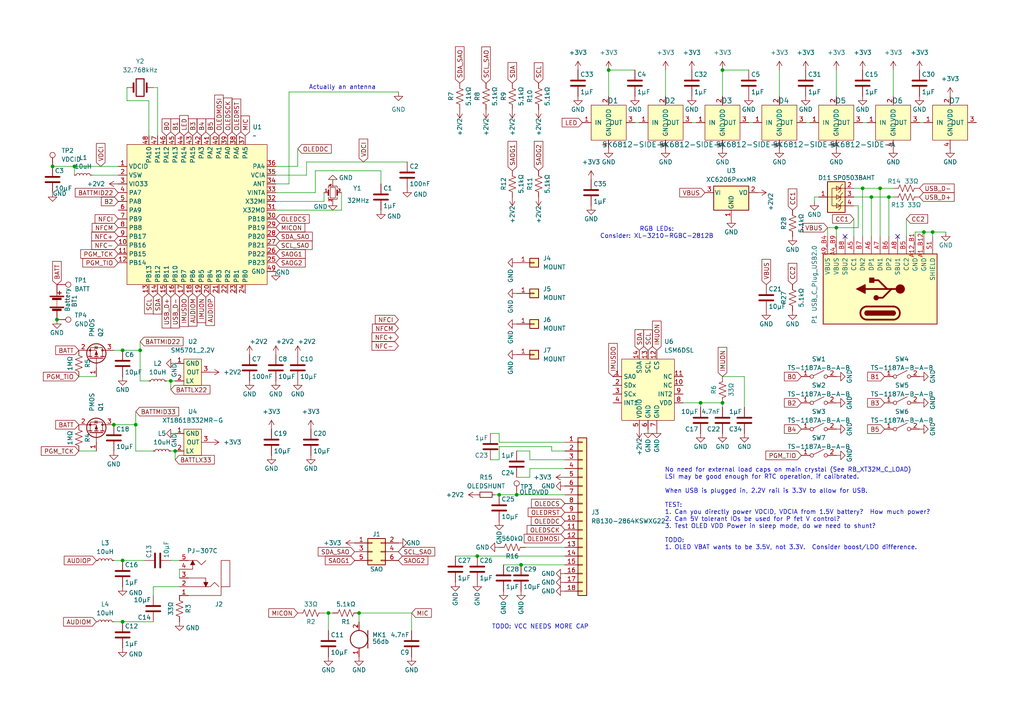
<source format=kicad_sch>
(kicad_sch (version 20250114) (generator "eeschema") (generator_version "9.0")
  (paper "A4")
  (text "TODO: VCC NEEDS MORE CAP\n" (at 156.718 181.864 0) (effects (font (size 1.27 1.27))))
  (text "No need for external load caps on main crystal (See RB_XT32M_C_LOAD)\nLSI may be good enough for RTC operation, if calibrated.\n\nWhen USB is plugged in, 2.2V rail is 3.3V to allow for USB.\n\nTEST:\n1. Can you directly power VDCID, VDCIA from 1.5V battery?  How much power?\n2. Can 5V tolerant IOs be used for P fet V control?\n3. Test OLED VDD Power in sleep mode, do we need to shunt?\n\nTODO:\n1. OLED VBAT wants to be 3.5V, not 3.3V.  Consider boost/LDO difference." (at 192.786 135.636 0) (effects (font (size 1.27 1.27)) (justify left top)))
  (text "Actually an antenna" (at 99.314 25.4 0) (effects (font (size 1.27 1.27))))
  (text "RGB LEDs:\nConsider: XL-3210-RGBC-2812B" (at 190.5 67.564 0) (effects (font (size 1.27 1.27))))
  (junction (at 33.02 123.19))
  (junction (at 95.25 177.8))
  (junction (at 15.24 48.26))
  (junction (at 252.73 57.15))
  (junction (at 242.57 66.04))
  (junction (at 35.56 180.34))
  (junction (at 255.27 54.61))
  (junction (at 209.55 20.32))
  (junction (at 151.13 163.83))
  (junction (at 257.81 57.15))
  (junction (at 40.64 101.6))
  (junction (at 250.19 54.61))
  (junction (at 16.51 92.71))
  (junction (at 49.53 110.49))
  (junction (at 21.59 48.26))
  (junction (at 35.56 101.6))
  (junction (at 144.78 143.51))
  (junction (at 104.14 177.8))
  (junction (at 35.56 162.56))
  (junction (at 149.86 143.51))
  (junction (at 209.55 116.84))
  (junction (at 270.51 67.31))
  (junction (at 203.2 116.84))
  (junction (at 267.97 67.31))
  (junction (at 176.53 20.32))
  (junction (at 50.8 130.81))
  (junction (at 138.43 161.29))
  (junction (at 39.37 123.19))
  (no_connect (at 260.35 68.58))
  (no_connect (at 245.11 68.58))
  (wire (pts (xy 209.55 20.32) (xy 209.55 27.94)))
  (wire (pts (xy 240.03 66.04) (xy 240.03 68.58)))
  (wire (pts (xy 45.72 39.37) (xy 45.72 25.4)))
  (wire (pts (xy 200.66 35.56) (xy 201.93 35.56)))
  (wire (pts (xy 49.53 110.49) (xy 50.8 110.49)))
  (wire (pts (xy 44.45 170.18) (xy 52.07 170.18)))
  (wire (pts (xy 265.43 68.58) (xy 265.43 67.31)))
  (wire (pts (xy 39.37 119.38) (xy 39.37 123.19)))
  (wire (pts (xy 143.51 143.51) (xy 144.78 143.51)))
  (wire (pts (xy 50.8 130.81) (xy 50.8 133.35)))
  (wire (pts (xy 217.17 35.56) (xy 218.44 35.56)))
  (wire (pts (xy 43.18 39.37) (xy 43.18 29.21)))
  (wire (pts (xy 262.89 63.5) (xy 262.89 68.58)))
  (wire (pts (xy 236.22 57.15) (xy 237.49 57.15)))
  (wire (pts (xy 176.53 20.32) (xy 176.53 27.94)))
  (wire (pts (xy 15.24 48.26) (xy 21.59 48.26)))
  (wire (pts (xy 83.82 26.67) (xy 115.57 26.67)))
  (wire (pts (xy 270.51 67.31) (xy 274.32 67.31)))
  (wire (pts (xy 39.37 130.81) (xy 44.45 130.81)))
  (wire (pts (xy 83.82 53.34) (xy 83.82 26.67)))
  (wire (pts (xy 99.06 60.96) (xy 99.06 55.88)))
  (wire (pts (xy 80.01 58.42) (xy 93.98 58.42)))
  (wire (pts (xy 250.19 54.61) (xy 250.19 68.58)))
  (wire (pts (xy 86.36 48.26) (xy 80.01 48.26)))
  (wire (pts (xy 86.36 43.18) (xy 86.36 48.26)))
  (wire (pts (xy 153.67 138.43) (xy 153.67 135.89)))
  (wire (pts (xy 226.06 20.32) (xy 226.06 27.94)))
  (wire (pts (xy 80.01 55.88) (xy 91.44 55.88)))
  (wire (pts (xy 119.38 177.8) (xy 119.38 182.88)))
  (wire (pts (xy 257.81 57.15) (xy 259.08 57.15)))
  (wire (pts (xy 144.78 143.51) (xy 149.86 143.51)))
  (wire (pts (xy 91.44 49.53) (xy 110.49 49.53)))
  (wire (pts (xy 33.02 162.56) (xy 35.56 162.56)))
  (wire (pts (xy 250.19 54.61) (xy 255.27 54.61)))
  (wire (pts (xy 242.57 66.04) (xy 248.92 66.04)))
  (wire (pts (xy 149.86 138.43) (xy 153.67 138.43)))
  (wire (pts (xy 252.73 57.15) (xy 252.73 68.58)))
  (wire (pts (xy 21.59 48.26) (xy 34.29 48.26)))
  (wire (pts (xy 40.64 101.6) (xy 40.64 110.49)))
  (wire (pts (xy 265.43 67.31) (xy 267.97 67.31)))
  (wire (pts (xy 144.78 128.27) (xy 144.78 125.73)))
  (wire (pts (xy 250.19 54.61) (xy 247.65 54.61)))
  (wire (pts (xy 80.01 53.34) (xy 83.82 53.34)))
  (wire (pts (xy 248.92 59.69) (xy 247.65 59.69)))
  (wire (pts (xy 45.72 25.4) (xy 44.45 25.4)))
  (wire (pts (xy 248.92 59.69) (xy 248.92 66.04)))
  (wire (pts (xy 49.53 130.81) (xy 50.8 130.81)))
  (wire (pts (xy 163.83 128.27) (xy 144.78 128.27)))
  (wire (pts (xy 270.51 67.31) (xy 270.51 68.58)))
  (wire (pts (xy 26.67 50.8) (xy 34.29 50.8)))
  (wire (pts (xy 95.25 177.8) (xy 96.52 177.8)))
  (wire (pts (xy 49.53 113.03) (xy 49.53 110.49)))
  (wire (pts (xy 144.78 125.73) (xy 142.24 125.73)))
  (wire (pts (xy 193.04 20.32) (xy 193.04 27.94)))
  (wire (pts (xy 142.24 133.35) (xy 144.78 133.35)))
  (wire (pts (xy 118.11 46.99) (xy 88.9 46.99)))
  (wire (pts (xy 93.98 55.88) (xy 93.98 58.42)))
  (wire (pts (xy 153.67 130.81) (xy 149.86 130.81)))
  (wire (pts (xy 252.73 57.15) (xy 257.81 57.15)))
  (wire (pts (xy 22.86 109.22) (xy 27.94 109.22)))
  (wire (pts (xy 35.56 180.34) (xy 44.45 180.34)))
  (wire (pts (xy 209.55 20.32) (xy 217.17 20.32)))
  (wire (pts (xy 160.02 130.81) (xy 163.83 130.81)))
  (wire (pts (xy 40.64 110.49) (xy 43.18 110.49)))
  (wire (pts (xy 132.08 161.29) (xy 138.43 161.29)))
  (wire (pts (xy 153.67 133.35) (xy 153.67 130.81)))
  (wire (pts (xy 198.12 116.84) (xy 203.2 116.84)))
  (wire (pts (xy 40.64 101.6) (xy 35.56 101.6)))
  (wire (pts (xy 33.02 180.34) (xy 35.56 180.34)))
  (wire (pts (xy 153.67 135.89) (xy 163.83 135.89)))
  (wire (pts (xy 33.02 123.19) (xy 39.37 123.19)))
  (wire (pts (xy 176.53 20.32) (xy 184.15 20.32)))
  (wire (pts (xy 22.86 130.81) (xy 27.94 130.81)))
  (wire (pts (xy 255.27 54.61) (xy 259.08 54.61)))
  (wire (pts (xy 160.02 129.54) (xy 160.02 130.81)))
  (wire (pts (xy 88.9 50.8) (xy 80.01 50.8)))
  (wire (pts (xy 209.55 116.84) (xy 209.55 118.11)))
  (wire (pts (xy 149.86 143.51) (xy 163.83 143.51)))
  (wire (pts (xy 209.55 109.22) (xy 215.9 109.22)))
  (wire (pts (xy 144.78 133.35) (xy 144.78 129.54)))
  (wire (pts (xy 259.08 20.32) (xy 259.08 27.94)))
  (wire (pts (xy 203.2 116.84) (xy 203.2 118.11)))
  (wire (pts (xy 48.26 110.49) (xy 49.53 110.49)))
  (wire (pts (xy 40.64 99.06) (xy 40.64 101.6)))
  (wire (pts (xy 138.43 161.29) (xy 163.83 161.29)))
  (wire (pts (xy 233.68 35.56) (xy 234.95 35.56)))
  (wire (pts (xy 266.7 35.56) (xy 267.97 35.56)))
  (wire (pts (xy 255.27 54.61) (xy 255.27 68.58)))
  (wire (pts (xy 39.37 123.19) (xy 39.37 130.81)))
  (wire (pts (xy 236.22 58.42) (xy 236.22 57.15)))
  (wire (pts (xy 242.57 20.32) (xy 242.57 27.94)))
  (wire (pts (xy 146.05 163.83) (xy 151.13 163.83)))
  (wire (pts (xy 49.53 162.56) (xy 52.07 162.56)))
  (wire (pts (xy 247.65 63.5) (xy 247.65 68.58)))
  (wire (pts (xy 43.18 29.21) (xy 36.83 29.21)))
  (wire (pts (xy 215.9 109.22) (xy 215.9 118.11)))
  (wire (pts (xy 144.78 129.54) (xy 160.02 129.54)))
  (wire (pts (xy 257.81 57.15) (xy 257.81 68.58)))
  (wire (pts (xy 110.49 49.53) (xy 110.49 53.34)))
  (wire (pts (xy 240.03 66.04) (xy 242.57 66.04)))
  (wire (pts (xy 247.65 57.15) (xy 252.73 57.15)))
  (wire (pts (xy 152.4 158.75) (xy 163.83 158.75)))
  (wire (pts (xy 104.14 177.8) (xy 104.14 180.34)))
  (wire (pts (xy 95.25 182.88) (xy 95.25 177.8)))
  (wire (pts (xy 184.15 35.56) (xy 185.42 35.56)))
  (wire (pts (xy 267.97 67.31) (xy 267.97 68.58)))
  (wire (pts (xy 35.56 162.56) (xy 41.91 162.56)))
  (wire (pts (xy 267.97 67.31) (xy 270.51 67.31)))
  (wire (pts (xy 104.14 177.8) (xy 119.38 177.8)))
  (wire (pts (xy 36.83 29.21) (xy 36.83 25.4)))
  (wire (pts (xy 33.02 101.6) (xy 35.56 101.6)))
  (wire (pts (xy 52.07 165.1) (xy 52.07 167.64)))
  (wire (pts (xy 151.13 163.83) (xy 163.83 163.83)))
  (wire (pts (xy 44.45 172.72) (xy 44.45 170.18)))
  (wire (pts (xy 95.25 177.8) (xy 93.98 177.8)))
  (wire (pts (xy 88.9 46.99) (xy 88.9 50.8)))
  (wire (pts (xy 163.83 133.35) (xy 153.67 133.35)))
  (wire (pts (xy 242.57 66.04) (xy 242.57 68.58)))
  (wire (pts (xy 250.19 35.56) (xy 251.46 35.56)))
  (wire (pts (xy 21.59 50.8) (xy 21.59 48.26)))
  (wire (pts (xy 80.01 60.96) (xy 99.06 60.96)))
  (wire (pts (xy 203.2 116.84) (xy 209.55 116.84)))
  (wire (pts (xy 91.44 55.88) (xy 91.44 49.53)))
  (global_label "AUDIOM" (shape input) (at 55.88 85.09 270) (property "Intersheetrefs" "${INTERSHEET_REFS}" (effects (hide yes))))
  (global_label "IMUON" (shape input) (at 190.5 101.6 90) (property "Intersheetrefs" "${INTERSHEET_REFS}" (effects (hide yes))))
  (global_label "SCL" (shape input) (at 187.96 101.6 90) (property "Intersheetrefs" "${INTERSHEET_REFS}" (effects (hide yes))))
  (global_label "CC2" (shape input) (at 262.89 63.5 0) (property "Intersheetrefs" "${INTERSHEET_REFS}" (effects (hide yes))))
  (global_label "B0" (shape input) (at 48.26 39.37 90) (property "Intersheetrefs" "${INTERSHEET_REFS}" (effects (hide yes))))
  (global_label "OLEDDC" (shape input) (at 86.36 43.18 0) (property "Intersheetrefs" "${INTERSHEET_REFS}" (effects (hide yes))))
  (global_label "B2" (shape input) (at 34.29 58.42 180) (property "Intersheetrefs" "${INTERSHEET_REFS}" (effects (hide yes))))
  (global_label "CC1" (shape input) (at 229.87 60.96 90) (property "Intersheetrefs" "${INTERSHEET_REFS}" (effects (hide yes))))
  (global_label "MIC" (shape input) (at 71.12 39.37 90) (property "Intersheetrefs" "${INTERSHEET_REFS}" (effects (hide yes))))
  (global_label "VBUS" (shape input) (at 204.47 55.88 180) (property "Intersheetrefs" "${INTERSHEET_REFS}" (effects (hide yes))))
  (global_label "SAOG2" (shape input) (at 156.21 49.53 90) (property "Intersheetrefs" "${INTERSHEET_REFS}" (effects (hide yes))))
  (global_label "BATT" (shape input) (at 16.51 82.55 90) (property "Intersheetrefs" "${INTERSHEET_REFS}" (effects (hide yes))))
  (global_label "BATTMID33" (shape input) (at 39.37 119.38 0) (property "Intersheetrefs" "${INTERSHEET_REFS}" (effects (hide yes))))
  (global_label "OLEDRST" (shape input) (at 68.58 39.37 90) (property "Intersheetrefs" "${INTERSHEET_REFS}" (effects (hide yes))))
  (global_label "BATTLX22" (shape input) (at 49.53 113.03 0) (property "Intersheetrefs" "${INTERSHEET_REFS}" (effects (hide yes))))
  (global_label "B5" (shape input) (at 256.54 124.46 180) (property "Intersheetrefs" "${INTERSHEET_REFS}" (effects (hide yes))))
  (global_label "B1" (shape input) (at 256.54 109.22 180) (property "Intersheetrefs" "${INTERSHEET_REFS}" (effects (hide yes))))
  (global_label "SCL" (shape input) (at 43.18 85.09 270) (property "Intersheetrefs" "${INTERSHEET_REFS}" (effects (hide yes))))
  (global_label "USB_D-" (shape input) (at 50.8 85.09 270) (property "Intersheetrefs" "${INTERSHEET_REFS}" (effects (hide yes))))
  (global_label "IMUSDO" (shape input) (at 53.34 85.09 270) (property "Intersheetrefs" "${INTERSHEET_REFS}" (effects (hide yes))))
  (global_label "OLEDCS" (shape input) (at 80.01 63.5 0) (property "Intersheetrefs" "${INTERSHEET_REFS}" (effects (hide yes))))
  (global_label "BATT" (shape input) (at 22.86 123.19 180) (property "Intersheetrefs" "${INTERSHEET_REFS}" (effects (hide yes))))
  (global_label "SDA_SAO" (shape input) (at 102.87 160.02 180) (property "Intersheetrefs" "${INTERSHEET_REFS}" (effects (hide yes))))
  (global_label "OLEDSCK" (shape input) (at 163.83 153.67 180) (property "Intersheetrefs" "${INTERSHEET_REFS}" (effects (hide yes))))
  (global_label "AUDIOP" (shape input) (at 27.94 162.56 180) (property "Intersheetrefs" "${INTERSHEET_REFS}" (effects (hide yes))))
  (global_label "IMUON" (shape input) (at 209.55 109.22 90) (property "Intersheetrefs" "${INTERSHEET_REFS}" (effects (hide yes))))
  (global_label "OLEDMOSI" (shape input) (at 63.5 39.37 90) (property "Intersheetrefs" "${INTERSHEET_REFS}" (effects (hide yes))))
  (global_label "SDA_SAO" (shape input) (at 80.01 68.58 0) (property "Intersheetrefs" "${INTERSHEET_REFS}" (effects (hide yes))))
  (global_label "SDA" (shape input) (at 45.72 85.09 270) (property "Intersheetrefs" "${INTERSHEET_REFS}" (effects (hide yes))))
  (global_label "NFC-" (shape input) (at 115.57 100.33 180) (property "Intersheetrefs" "${INTERSHEET_REFS}" (effects (hide yes))))
  (global_label "MICON" (shape input) (at 86.36 177.8 180) (property "Intersheetrefs" "${INTERSHEET_REFS}" (effects (hide yes))))
  (global_label "PGM_TIO" (shape input) (at 34.29 76.2 180) (property "Intersheetrefs" "${INTERSHEET_REFS}" (effects (hide yes))))
  (global_label "NFCM" (shape input) (at 115.57 95.25 180) (property "Intersheetrefs" "${INTERSHEET_REFS}" (effects (hide yes))))
  (global_label "MICON" (shape input) (at 80.01 66.04 0) (property "Intersheetrefs" "${INTERSHEET_REFS}" (effects (hide yes))))
  (global_label "B0" (shape input) (at 232.41 109.22 180) (property "Intersheetrefs" "${INTERSHEET_REFS}" (effects (hide yes))))
  (global_label "MIC" (shape input) (at 119.38 177.8 0) (property "Intersheetrefs" "${INTERSHEET_REFS}" (effects (hide yes))))
  (global_label "OLEDCS" (shape input) (at 163.83 146.05 180) (property "Intersheetrefs" "${INTERSHEET_REFS}" (effects (hide yes))))
  (global_label "SAOG2" (shape input) (at 115.57 162.56 0) (property "Intersheetrefs" "${INTERSHEET_REFS}" (effects (hide yes))))
  (global_label "B2" (shape input) (at 232.41 116.84 180) (property "Intersheetrefs" "${INTERSHEET_REFS}" (effects (hide yes))))
  (global_label "B1" (shape input) (at 50.8 39.37 90) (property "Intersheetrefs" "${INTERSHEET_REFS}" (effects (hide yes))))
  (global_label "BATTMID22" (shape input) (at 34.29 55.88 180) (property "Intersheetrefs" "${INTERSHEET_REFS}" (effects (hide yes))))
  (global_label "OLEDDC" (shape input) (at 163.83 151.13 180) (property "Intersheetrefs" "${INTERSHEET_REFS}" (effects (hide yes))))
  (global_label "PGM_TCK" (shape input) (at 34.29 73.66 180) (property "Intersheetrefs" "${INTERSHEET_REFS}" (effects (hide yes))))
  (global_label "SAOG2" (shape input) (at 80.01 76.2 0) (property "Intersheetrefs" "${INTERSHEET_REFS}" (effects (hide yes))))
  (global_label "SCL_SAO" (shape input) (at 80.01 71.12 0) (property "Intersheetrefs" "${INTERSHEET_REFS}" (effects (hide yes))))
  (global_label "SDA" (shape input) (at 148.59 24.13 90) (property "Intersheetrefs" "${INTERSHEET_REFS}" (effects (hide yes))))
  (global_label "LED" (shape input) (at 53.34 39.37 90) (property "Intersheetrefs" "${INTERSHEET_REFS}" (effects (hide yes))))
  (global_label "BATT" (shape input) (at 22.86 101.6 180) (property "Intersheetrefs" "${INTERSHEET_REFS}" (effects (hide yes))))
  (global_label "PGM_TCK" (shape input) (at 22.86 130.81 180) (property "Intersheetrefs" "${INTERSHEET_REFS}" (effects (hide yes))))
  (global_label "B4" (shape input) (at 58.42 39.37 90) (property "Intersheetrefs" "${INTERSHEET_REFS}" (effects (hide yes))))
  (global_label "SAOG1" (shape input) (at 148.59 49.53 90) (property "Intersheetrefs" "${INTERSHEET_REFS}" (effects (hide yes))))
  (global_label "LED" (shape input) (at 168.91 35.56 180) (property "Intersheetrefs" "${INTERSHEET_REFS}" (effects (hide yes))))
  (global_label "NFCI" (shape input) (at 34.29 63.5 180) (property "Intersheetrefs" "${INTERSHEET_REFS}" (effects (hide yes))))
  (global_label "VDCI" (shape input) (at 29.21 48.26 90) (property "Intersheetrefs" "${INTERSHEET_REFS}" (effects (hide yes))))
  (global_label "NFC+" (shape input) (at 115.57 97.79 180) (property "Intersheetrefs" "${INTERSHEET_REFS}" (effects (hide yes))))
  (global_label "BATTMID22" (shape input) (at 40.64 99.06 0) (property "Intersheetrefs" "${INTERSHEET_REFS}" (effects (hide yes))))
  (global_label "B3" (shape input) (at 55.88 39.37 90) (property "Intersheetrefs" "${INTERSHEET_REFS}" (effects (hide yes))))
  (global_label "SCL_SAO" (shape input) (at 140.97 24.13 90) (property "Intersheetrefs" "${INTERSHEET_REFS}" (effects (hide yes))))
  (global_label "B4" (shape input) (at 232.41 124.46 180) (property "Intersheetrefs" "${INTERSHEET_REFS}" (effects (hide yes))))
  (global_label "SAOG1" (shape input) (at 102.87 162.56 180) (property "Intersheetrefs" "${INTERSHEET_REFS}" (effects (hide yes))))
  (global_label "SDA_SAO" (shape input) (at 133.35 24.13 90) (property "Intersheetrefs" "${INTERSHEET_REFS}" (effects (hide yes))))
  (global_label "NFCM" (shape input) (at 34.29 66.04 180) (property "Intersheetrefs" "${INTERSHEET_REFS}" (effects (hide yes))))
  (global_label "CC2" (shape input) (at 229.87 82.55 90) (property "Intersheetrefs" "${INTERSHEET_REFS}" (effects (hide yes))))
  (global_label "AUDIOM" (shape input) (at 27.94 180.34 180) (property "Intersheetrefs" "${INTERSHEET_REFS}" (effects (hide yes))))
  (global_label "AUDIOP" (shape input) (at 60.96 85.09 270) (property "Intersheetrefs" "${INTERSHEET_REFS}" (effects (hide yes))))
  (global_label "VDCI" (shape input) (at 105.41 46.99 90) (property "Intersheetrefs" "${INTERSHEET_REFS}" (effects (hide yes))))
  (global_label "NFC+" (shape input) (at 34.29 68.58 180) (property "Intersheetrefs" "${INTERSHEET_REFS}" (effects (hide yes))))
  (global_label "B5" (shape input) (at 60.96 39.37 90) (property "Intersheetrefs" "${INTERSHEET_REFS}" (effects (hide yes))))
  (global_label "SDA" (shape input) (at 185.42 101.6 90) (property "Intersheetrefs" "${INTERSHEET_REFS}" (effects (hide yes))))
  (global_label "NFCI" (shape input) (at 115.57 92.71 180) (property "Intersheetrefs" "${INTERSHEET_REFS}" (effects (hide yes))))
  (global_label "PGM_TIO" (shape input) (at 232.41 132.08 180) (property "Intersheetrefs" "${INTERSHEET_REFS}" (effects (hide yes))))
  (global_label "SCL" (shape input) (at 156.21 24.13 90) (property "Intersheetrefs" "${INTERSHEET_REFS}" (effects (hide yes))))
  (global_label "SCL_SAO" (shape input) (at 115.57 160.02 0) (property "Intersheetrefs" "${INTERSHEET_REFS}" (effects (hide yes))))
  (global_label "VBUS" (shape input) (at 240.03 66.04 180) (property "Intersheetrefs" "${INTERSHEET_REFS}" (effects (hide yes))))
  (global_label "IMUON" (shape input) (at 58.42 85.09 270) (property "Intersheetrefs" "${INTERSHEET_REFS}" (effects (hide yes))))
  (global_label "OLEDMOSI" (shape input) (at 163.83 156.21 180) (property "Intersheetrefs" "${INTERSHEET_REFS}" (effects (hide yes))))
  (global_label "B3" (shape input) (at 256.54 116.84 180) (property "Intersheetrefs" "${INTERSHEET_REFS}" (effects (hide yes))))
  (global_label "NFC-" (shape input) (at 34.29 71.12 180) (property "Intersheetrefs" "${INTERSHEET_REFS}" (effects (hide yes))))
  (global_label "USB_D+" (shape input) (at 48.26 85.09 270) (property "Intersheetrefs" "${INTERSHEET_REFS}" (effects (hide yes))))
  (global_label "USB_D+" (shape input) (at 266.7 57.15 0) (property "Intersheetrefs" "${INTERSHEET_REFS}" (effects (hide yes))))
  (global_label "PGM_TIO" (shape input) (at 22.86 109.22 180) (property "Intersheetrefs" "${INTERSHEET_REFS}" (effects (hide yes))))
  (global_label "IMUSDO" (shape input) (at 177.8 109.22 90) (property "Intersheetrefs" "${INTERSHEET_REFS}" (effects (hide yes))))
  (global_label "OLEDSCK" (shape input) (at 66.04 39.37 90) (property "Intersheetrefs" "${INTERSHEET_REFS}" (effects (hide yes))))
  (global_label "OLEDRST" (shape input) (at 163.83 148.59 180) (property "Intersheetrefs" "${INTERSHEET_REFS}" (effects (hide yes))))
  (global_label "USB_D-" (shape input) (at 266.7 54.61 0) (property "Intersheetrefs" "${INTERSHEET_REFS}" (effects (hide yes))))
  (global_label "VBUS" (shape input) (at 222.25 82.55 90) (property "Intersheetrefs" "${INTERSHEET_REFS}" (effects (hide yes))))
  (global_label "BATTLX33" (shape input) (at 50.8 133.35 0) (property "Intersheetrefs" "${INTERSHEET_REFS}" (effects (hide yes))))
  (global_label "SAOG1" (shape input) (at 80.01 73.66 0) (property "Intersheetrefs" "${INTERSHEET_REFS}" (effects (hide yes))))
  (global_label "CC1" (shape input) (at 247.65 63.5 180) (property "Intersheetrefs" "${INTERSHEET_REFS}" (effects (hide yes))))
  (symbol (lib_id "Swadge_Parts:GND") (at 209.55 43.18 0) (unit 1)
    (property "Reference" "#PWR19" (effects (hide yes)))
    (property "Value" "GND" (at 209.55 46.99 0))
    (property "Description" "Power symbol creates a global label with name \"GND\" , ground" (effects (hide yes)))
  )
  (symbol (lib_id "Swadge_Parts:GND") (at 266.7 109.22 90) (unit 1)
    (property "Reference" "#PWR066" (effects (hide yes)))
    (property "Value" "GND" (at 270.51 109.22 0))
    (property "Description" "Power symbol creates a global label with name \"GND\" , ground" (effects (hide yes)))
  )
  (symbol (lib_id "Swadge_Parts:GND") (at 266.7 116.84 90) (unit 1)
    (property "Reference" "#PWR065" (effects (hide yes)))
    (property "Value" "GND" (at 270.51 116.84 0))
    (property "Description" "Power symbol creates a global label with name \"GND\" , ground" (effects (hide yes)))
  )
  (symbol (lib_id "Switch:SW_SPST") (at 237.49 116.84 0) (unit 1)
    (property "Reference" "SW2" (at 237.49 111.76 0))
    (property "Value" "TS-1187A-B-A-B" (at 237.49 114.3 0))
    (property "Footprint" "cnhardware:BTC007_Button_Silicone" (effects (hide yes)))
  )
  (symbol (lib_id "Swadge_Parts:C") (at 80.01 106.68 0) (unit 1)
    (property "Reference" "C8" (at 80.645 104.14 0) (effects (justify left)))
    (property "Value" "10μF" (at 80.645 109.22 0) (effects (justify left)))
    (property "Footprint" "Capacitor_SMD:C_0603_1608Metric" (effects (hide yes)))
    (property "Description" "Unpolarized capacitor" (effects (hide yes)))
    (property "Cost100" "10" (effects (hide yes)))
    (property "Substitutable" "Y" (effects (hide yes)))
    (property "LCSC" "C19702" (effects (hide yes)))
    (property "Cost @ 2.5k" "0.0035" (effects (hide yes)))
  )
  (symbol (lib_id "Swadge_Parts:GND") (at 163.83 166.37 270) (unit 1)
    (property "Reference" "#PWR077" (effects (hide yes)))
    (property "Value" "GND" (at 159.004 166.37 90))
    (property "Description" "Power symbol creates a global label with name \"GND\" , ground" (effects (hide yes)))
  )
  (symbol (lib_id "Swadge_Parts:GND") (at 242.57 116.84 90) (unit 1)
    (property "Reference" "#PWR061" (effects (hide yes)))
    (property "Value" "GND" (at 246.38 116.84 0))
    (property "Description" "Power symbol creates a global label with name \"GND\" , ground" (effects (hide yes)))
  )
  (symbol (lib_id "Swadge_Parts:GND") (at 80.01 110.49 0) (unit 1)
    (property "Reference" "#PWR025" (effects (hide yes)))
    (property "Value" "GND" (at 80.01 114.3 0))
    (property "Description" "Power symbol creates a global label with name \"GND\" , ground" (effects (hide yes)))
  )
  (symbol (lib_id "Swadge_Parts:R_US") (at 156.21 27.94 180) (unit 1)
    (property "Reference" "R10" (at 153.67 27.94 90))
    (property "Value" "5.1kΩ" (at 158.75 27.94 90))
    (property "Footprint" "cnhardware:R_0402_1005Metric_COMPACT" (effects (hide yes)))
    (property "Description" "Resistor US symbol" (effects (hide yes)))
    (property "Cost100" "10" (effects (hide yes)))
    (property "Substitutable" "Y" (effects (hide yes)))
    (property "LCSC" "C25905" (effects (hide yes)))
    (property "Cost @ 2.5k" "0.0008" (effects (hide yes)))
  )
  (symbol (lib_id "Device:L_Small") (at 24.13 50.8 90) (unit 1)
    (property "Reference" "L1" (at 24.13 45.72 90))
    (property "Value" "10uH" (at 24.13 48.26 90))
    (property "Footprint" "Inductor_SMD:L_0603_1608Metric" (effects (hide yes)))
    (property "Description" "Inductor, small symbol" (effects (hide yes)))
    (property "LCSC" "C307750" (effects (hide yes)))
  )
  (symbol (lib_id "Swadge_Parts:C") (at 149.86 134.62 180) (unit 1)
    (property "Reference" "C24" (at 149.225 137.16 0) (effects (justify left)))
    (property "Value" "1μF" (at 149.225 132.08 0) (effects (justify left)))
    (property "Footprint" "Capacitor_SMD:C_0402_1005Metric" (effects (hide yes)))
    (property "Description" "Unpolarized capacitor" (effects (hide yes)))
    (property "Cost100" "10" (effects (hide yes)))
    (property "Substitutable" "Y" (effects (hide yes)))
    (property "LCSC" "C52923" (effects (hide yes)))
    (property "Cost @ 2.5k" "0.0035" (effects (hide yes)))
  )
  (symbol (lib_id "Swadge_Parts:GND") (at 187.96 124.46 0) (unit 1)
    (property "Reference" "#PWR040" (effects (hide yes)))
    (property "Value" "GND" (at 187.96 129.286 90))
    (property "Description" "Power symbol creates a global label with name \"GND\" , ground" (effects (hide yes)))
  )
  (symbol (lib_id "power:GND") (at 50.8 125.73 270) (unit 1)
    (property "Reference" "#PWR050" (effects (hide yes)))
    (property "Value" "GND" (at 50.546 125.73 0) (effects (justify left)))
  )
  (symbol (lib_id "Swadge_Parts:GND") (at 266.7 124.46 90) (unit 1)
    (property "Reference" "#PWR064" (effects (hide yes)))
    (property "Value" "GND" (at 270.51 124.46 0))
    (property "Description" "Power symbol creates a global label with name \"GND\" , ground" (effects (hide yes)))
  )
  (symbol (lib_id "power:+2V5") (at 86.36 102.87 0) (unit 1)
    (property "Reference" "#PWR027" (effects (hide yes)))
    (property "Value" "+2V2" (at 86.3599 99.06 0) (effects (justify left)))
    (property "Description" "Power symbol creates a global label with name \"+2V2\"" (effects (hide yes)))
  )
  (symbol (lib_id "Swadge_Parts:GND") (at 149.86 102.87 270) (unit 1)
    (property "Reference" "#PWR096" (effects (hide yes)))
    (property "Value" "GND" (at 148.082 106.68 0))
    (property "Description" "Power symbol creates a global label with name \"GND\" , ground" (effects (hide yes)))
  )
  (symbol (lib_id "Swadge_Parts:C") (at 95.25 186.69 0) (unit 1)
    (property "Reference" "C11" (at 95.885 184.15 0) (effects (justify left)))
    (property "Value" "10μF" (at 95.885 189.23 0) (effects (justify left)))
    (property "Footprint" "Capacitor_SMD:C_0603_1608Metric" (effects (hide yes)))
    (property "Description" "Unpolarized capacitor" (effects (hide yes)))
    (property "Cost100" "10" (effects (hide yes)))
    (property "Substitutable" "Y" (effects (hide yes)))
    (property "LCSC" "C19702" (effects (hide yes)))
    (property "Cost @ 2.5k" "0.0035" (effects (hide yes)))
  )
  (symbol (lib_id "Switch:SW_SPST") (at 261.62 116.84 0) (unit 1)
    (property "Reference" "SW5" (at 261.62 111.76 0))
    (property "Value" "TS-1187A-B-A-B" (at 261.62 114.3 0))
    (property "Footprint" "cnhardware:BTC007_Button_Silicone" (effects (hide yes)))
  )
  (symbol (lib_id "Swadge_Parts:C") (at 151.13 167.64 0) (unit 1)
    (property "Reference" "C29" (at 151.765 165.1 0) (effects (justify left)))
    (property "Value" "10μF" (at 151.765 170.18 0) (effects (justify left)))
    (property "Footprint" "Capacitor_SMD:C_0603_1608Metric" (effects (hide yes)))
    (property "Description" "Unpolarized capacitor" (effects (hide yes)))
    (property "Cost100" "10" (effects (hide yes)))
    (property "Substitutable" "Y" (effects (hide yes)))
    (property "LCSC" "C19702" (effects (hide yes)))
    (property "Cost @ 2.5k" "0.0035" (effects (hide yes)))
  )
  (symbol (lib_id "power:+2V5") (at 148.59 31.75 0) (mirror x) (unit 1)
    (property "Reference" "#PWR042" (effects (hide yes)))
    (property "Value" "+2V2" (at 148.59 36.83 90))
    (property "Description" "Power symbol creates a global label with name \"+2V2\"" (effects (hide yes)))
  )
  (symbol (lib_id "power:+2V5") (at 156.21 31.75 0) (mirror x) (unit 1)
    (property "Reference" "#PWR041" (effects (hide yes)))
    (property "Value" "+2V2" (at 156.21 36.83 90))
    (property "Description" "Power symbol creates a global label with name \"+2V2\"" (effects (hide yes)))
  )
  (symbol (lib_id "Swadge_Parts:SK6812-SIDE-A") (at 209.55 35.56 0) (unit 1)
    (property "Reference" "D3" (at 210.82 29.21 0) (effects (font (size 1.524 1.524))))
    (property "Value" "SK6812-SIDE-A" (at 217.17 41.91 0) (effects (font (size 1.524 1.524))))
    (property "Footprint" "cnhardware:LC8812-3210_XL-3210RGBC" (effects (hide yes)))
    (property "Datasheet" "https://datasheet.lcsc.com/lcsc/2108251530_OPSCO-Optoelectronics-SK6812SIDE-A-RVS_C2890037.pdf" (effects (hide yes)))
    (property "Digikey" "1528-4691-ND" (effects (hide yes)))
    (property "Substitutable" "Y" (effects (hide yes)))
    (property "LCSC" "C41413182" (effects (hide yes)))
    (property "Cost @ 2.5k" "0.0352" (effects (hide yes)))
  )
  (symbol (lib_id "Swadge_Parts:GND") (at 163.83 140.97 270) (unit 1)
    (property "Reference" "#PWR070" (effects (hide yes)))
    (property "Value" "GND" (at 159.004 140.97 90))
    (property "Description" "Power symbol creates a global label with name \"GND\" , ground" (effects (hide yes)))
  )
  (symbol (lib_id "Swadge_Parts:R_US") (at 262.89 57.15 270) (unit 1)
    (property "Reference" "R13" (at 260.35 59.436 90))
    (property "Value" "33Ω" (at 265.176 59.436 90))
    (property "Footprint" "cnhardware:R_0402_1005Metric_COMPACT" (effects (hide yes)))
    (property "Description" "Resistor US symbol" (effects (hide yes)))
    (property "Cost100" "10" (effects (hide yes)))
    (property "Substitutable" "Y" (effects (hide yes)))
    (property "LCSC" "C25105" (effects (hide yes)))
    (property "Cost @ 2.5k" "0.0008" (effects (hide yes)))
  )
  (symbol (lib_id "power:+2V5") (at 90.17 124.46 0) (unit 1)
    (property "Reference" "#PWR056" (effects (hide yes)))
    (property "Value" "+3V3" (at 90.17 119.38 0))
    (property "Description" "Power symbol creates a global label with name \"+2V2\"" (effects (hide yes)))
  )
  (symbol (lib_id "Swadge_Parts:GND") (at 200.66 27.94 0) (unit 1)
    (property "Reference" "#PWR087" (effects (hide yes)))
    (property "Value" "GND" (at 200.66 31.75 0))
    (property "Description" "Power symbol creates a global label with name \"GND\" , ground" (effects (hide yes)))
  )
  (symbol (lib_id "Swadge_Parts:GND") (at 115.57 157.48 90) (unit 1)
    (property "Reference" "#PWR32" (effects (hide yes)))
    (property "Value" "GND" (at 119.888 157.48 90))
    (property "Description" "Power symbol creates a global label with name \"GND\" , ground" (effects (hide yes)))
  )
  (symbol (lib_id "Swadge_Parts:C") (at 72.39 106.68 0) (unit 1)
    (property "Reference" "C7" (at 73.025 104.14 0) (effects (justify left)))
    (property "Value" "100nF" (at 73.025 109.22 0) (effects (justify left)))
    (property "Footprint" "Capacitor_SMD:C_0402_1005Metric" (effects (hide yes)))
    (property "Description" "Unpolarized capacitor" (effects (hide yes)))
    (property "Cost100" "10" (effects (hide yes)))
    (property "Substitutable" "Y" (effects (hide yes)))
    (property "LCSC" "C1525" (effects (hide yes)))
    (property "Cost @ 2.5k" "0.0035" (effects (hide yes)))
  )
  (symbol (lib_id "Swadge_Parts:GND") (at 259.08 43.18 0) (unit 1)
    (property "Reference" "#PWR035" (effects (hide yes)))
    (property "Value" "GND" (at 259.08 46.99 0))
    (property "Description" "Power symbol creates a global label with name \"GND\" , ground" (effects (hide yes)))
  )
  (symbol (lib_id "Swadge_Parts:R_US") (at 229.87 86.36 180) (unit 1)
    (property "Reference" "R27" (at 227.33 86.36 90))
    (property "Value" "5.1kΩ" (at 232.41 86.36 90))
    (property "Footprint" "cnhardware:R_0402_1005Metric_COMPACT" (effects (hide yes)))
    (property "Description" "Resistor US symbol" (effects (hide yes)))
    (property "Cost100" "10" (effects (hide yes)))
    (property "Substitutable" "Y" (effects (hide yes)))
    (property "LCSC" "C25905" (effects (hide yes)))
    (property "Cost @ 2.5k" "0.0008" (effects (hide yes)))
  )
  (symbol (lib_id "Swadge_Parts:C") (at 78.74 128.27 0) (unit 1)
    (property "Reference" "C19" (at 79.375 125.73 0) (effects (justify left)))
    (property "Value" "10μF" (at 79.375 130.81 0) (effects (justify left)))
    (property "Footprint" "Capacitor_SMD:C_0603_1608Metric" (effects (hide yes)))
    (property "Description" "Unpolarized capacitor" (effects (hide yes)))
    (property "Cost100" "10" (effects (hide yes)))
    (property "Substitutable" "Y" (effects (hide yes)))
    (property "LCSC" "C19702" (effects (hide yes)))
    (property "Cost @ 2.5k" "0.0035" (effects (hide yes)))
  )
  (symbol (lib_id "Swadge_Parts:GND") (at 119.38 190.5 0) (unit 1)
    (property "Reference" "#PWR112" (effects (hide yes)))
    (property "Value" "GND" (at 119.38 194.31 0))
    (property "Description" "Power symbol creates a global label with name \"GND\" , ground" (effects (hide yes)))
  )
  (symbol (lib_id "Swadge_Parts:R_US") (at 148.59 27.94 180) (unit 1)
    (property "Reference" "R9" (at 146.05 27.94 90))
    (property "Value" "5.1kΩ" (at 151.13 27.94 90))
    (property "Footprint" "cnhardware:R_0402_1005Metric_COMPACT" (effects (hide yes)))
    (property "Description" "Resistor US symbol" (effects (hide yes)))
    (property "Cost100" "10" (effects (hide yes)))
    (property "Substitutable" "Y" (effects (hide yes)))
    (property "LCSC" "C25905" (effects (hide yes)))
    (property "Cost @ 2.5k" "0.0008" (effects (hide yes)))
  )
  (symbol (lib_id "Swadge_Parts:GND") (at 203.2 125.73 0) (unit 1)
    (property "Reference" "#PWR038" (effects (hide yes)))
    (property "Value" "GND" (at 203.2 129.54 0))
    (property "Description" "Power symbol creates a global label with name \"GND\" , ground" (effects (hide yes)))
  )
  (symbol (lib_id "power:+2V5") (at 138.43 143.51 90) (unit 1)
    (property "Reference" "#PWR072" (effects (hide yes)))
    (property "Value" "+2V2" (at 134.62 143.5099 90) (effects (justify left)))
    (property "Description" "Power symbol creates a global label with name \"+2V2\"" (effects (hide yes)))
  )
  (symbol (lib_id "power:+2V5") (at 176.53 20.32 0) (unit 1)
    (property "Reference" "#PWR053" (effects (hide yes)))
    (property "Value" "+3V3" (at 176.53 15.24 0))
    (property "Description" "Power symbol creates a global label with name \"+2V2\"" (effects (hide yes)))
  )
  (symbol (lib_id "Device:Crystal") (at 40.64 25.4 0) (unit 1)
    (property "Reference" "Y2" (at 40.64 17.78 0))
    (property "Value" "32.768kHz" (at 40.64 20.32 0))
    (property "Footprint" "Crystal:Crystal_SMD_3215-2Pin_3.2x1.5mm" (effects (hide yes)))
    (property "Description" "Two pin crystal" (effects (hide yes)))
    (property "LCSC" "C7294751" (effects (hide yes)))
  )
  (symbol (lib_id "Swadge_Parts:GND") (at 250.19 27.94 0) (unit 1)
    (property "Reference" "#PWR033" (effects (hide yes)))
    (property "Value" "GND" (at 250.19 31.75 0))
    (property "Description" "Power symbol creates a global label with name \"GND\" , ground" (effects (hide yes)))
  )
  (symbol (lib_id "Swadge_Parts:GND") (at 149.86 76.2 270) (unit 1)
    (property "Reference" "#PWR093" (effects (hide yes)))
    (property "Value" "GND" (at 148.082 80.01 0))
    (property "Description" "Power symbol creates a global label with name \"GND\" , ground" (effects (hide yes)))
  )
  (symbol (lib_id "power:+2V5") (at 140.97 31.75 0) (mirror x) (unit 1)
    (property "Reference" "#PWR043" (effects (hide yes)))
    (property "Value" "+2V2" (at 140.97 36.83 90))
    (property "Description" "Power symbol creates a global label with name \"+2V2\"" (effects (hide yes)))
  )
  (symbol (lib_id "Swadge_Parts:GND") (at 193.04 43.18 0) (unit 1)
    (property "Reference" "#PWR17" (effects (hide yes)))
    (property "Value" "GND" (at 193.04 46.99 0))
    (property "Description" "Power symbol creates a global label with name \"GND\" , ground" (effects (hide yes)))
  )
  (symbol (lib_id "power:+2V5") (at 60.96 107.95 270) (unit 1)
    (property "Reference" "#PWR09" (effects (hide yes)))
    (property "Value" "+2V2" (at 64.77 107.9499 90) (effects (justify left)))
    (property "Description" "Power symbol creates a global label with name \"+2V2\"" (effects (hide yes)))
  )
  (symbol (lib_id "Swadge_Parts:GND") (at 35.56 170.18 0) (unit 1)
    (property "Reference" "#PWR030" (effects (hide yes)))
    (property "Value" "GND" (at 39.37 171.958 0))
    (property "Description" "Power symbol creates a global label with name \"GND\" , ground" (effects (hide yes)))
  )
  (symbol (lib_id "Regulator_Linear:XC6206PxxxMR") (at 212.09 55.88 0) (unit 1)
    (property "Reference" "U3" (at 212.09 49.53 0))
    (property "Value" "XC6206PxxxMR" (at 212.09 52.07 0))
    (property "Footprint" "Package_TO_SOT_SMD:SOT-23-3" (effects (hide yes)))
    (property "Datasheet" "https://www.torexsemi.com/file/xc6206/XC6206.pdf" (effects (hide yes)))
    (property "Description" "Positive 60-250mA Low Dropout Regulator, Fixed Output, SOT-23" (effects (hide yes)))
    (property "LCSC" "C5446" (effects (hide yes)))
  )
  (symbol (lib_id "Swadge_Parts:R_US") (at 148.59 158.75 270) (unit 1)
    (property "Reference" "R16" (at 148.59 161.29 90))
    (property "Value" "560kΩ" (at 148.59 156.21 90))
    (property "Footprint" "cnhardware:R_0402_1005Metric_COMPACT" (effects (hide yes)))
    (property "Description" "Resistor US symbol" (effects (hide yes)))
    (property "Cost100" "10" (effects (hide yes)))
    (property "Substitutable" "Y" (effects (hide yes)))
    (property "LCSC" "C132339" (effects (hide yes)))
    (property "Cost @ 2.5k" "0.0008" (effects (hide yes)))
  )
  (symbol (lib_id "Swadge_Parts:GND") (at 149.86 85.09 270) (unit 1)
    (property "Reference" "#PWR094" (effects (hide yes)))
    (property "Value" "GND" (at 148.082 88.9 0))
    (property "Description" "Power symbol creates a global label with name \"GND\" , ground" (effects (hide yes)))
  )
  (symbol (lib_id "Swadge_Parts:C") (at 233.68 24.13 0) (unit 1)
    (property "Reference" "C31" (at 234.315 21.59 0) (effects (justify left)))
    (property "Value" "1μF" (at 234.315 26.67 0) (effects (justify left)))
    (property "Footprint" "Capacitor_SMD:C_0402_1005Metric" (effects (hide yes)))
    (property "Description" "Unpolarized capacitor" (effects (hide yes)))
    (property "Cost100" "10" (effects (hide yes)))
    (property "Substitutable" "Y" (effects (hide yes)))
    (property "LCSC" "C52923" (effects (hide yes)))
    (property "Cost @ 2.5k" "0.0035" (effects (hide yes)))
  )
  (symbol (lib_id "Connector:TestPoint") (at 16.51 92.71 270) (unit 1)
    (property "Reference" "TP4" (at 21.59 91.4399 90) (effects (justify left)))
    (property "Value" "GND" (at 21.59 93.9799 90) (effects (justify left)))
    (property "Footprint" "TestPoint:TestPoint_Pad_D1.0mm" (effects (hide yes)))
    (property "Description" "test point" (effects (hide yes)))
  )
  (symbol (lib_id "Swadge_Parts:C") (at 110.49 57.15 0) (unit 1)
    (property "Reference" "C1" (at 111.125 54.61 0) (effects (justify left)))
    (property "Value" "1μF" (at 111.125 59.69 0) (effects (justify left)))
    (property "Footprint" "Capacitor_SMD:C_0402_1005Metric" (effects (hide yes)))
    (property "Description" "Unpolarized capacitor" (effects (hide yes)))
    (property "Cost100" "10" (effects (hide yes)))
    (property "Substitutable" "Y" (effects (hide yes)))
    (property "LCSC" "C52923" (effects (hide yes)))
    (property "Cost @ 2.5k" "0.0035" (effects (hide yes)))
  )
  (symbol (lib_id "Swadge_Parts:GND") (at 233.68 27.94 0) (unit 1)
    (property "Reference" "#PWR085" (effects (hide yes)))
    (property "Value" "GND" (at 233.68 31.75 0))
    (property "Description" "Power symbol creates a global label with name \"GND\" , ground" (effects (hide yes)))
  )
  (symbol (lib_id "Swadge_Parts:R_US") (at 140.97 27.94 180) (unit 1)
    (property "Reference" "R8" (at 138.43 27.94 90))
    (property "Value" "5.1kΩ" (at 143.51 27.94 90))
    (property "Footprint" "cnhardware:R_0402_1005Metric_COMPACT" (effects (hide yes)))
    (property "Description" "Resistor US symbol" (effects (hide yes)))
    (property "Cost100" "10" (effects (hide yes)))
    (property "Substitutable" "Y" (effects (hide yes)))
    (property "LCSC" "C25905" (effects (hide yes)))
    (property "Cost @ 2.5k" "0.0008" (effects (hide yes)))
  )
  (symbol (lib_id "Connector:TestPoint") (at 149.86 143.51 0) (unit 1)
    (property "Reference" "TP3" (at 150.876 141.224 0) (effects (justify left)))
    (property "Value" "OLEDVDD" (at 150.622 142.748 0) (effects (justify left)))
    (property "Footprint" "TestPoint:TestPoint_Pad_D1.0mm" (effects (hide yes)))
    (property "Description" "test point" (effects (hide yes)))
  )
  (symbol (lib_id "Swadge_Parts:SP0503BAHT") (at 242.57 57.15 270) (unit 1)
    (property "Reference" "D11" (at 237.236 51.562 90) (effects (justify left)))
    (property "Value" "SP0503BAHT" (at 241.554 51.562 90) (effects (justify left)))
    (property "Footprint" "Swadge_Parts:SOT-143" (effects (hide yes)))
    (property "Datasheet" "https://datasheet.lcsc.com/lcsc/2108132030_TECH-PUBLIC-TPSP0503BAHTG_C2682275.pdf" (effects (hide yes)))
    (property "Description" "TVS Diode Array, 5.5V Standoff, 3 Channels, SOT-143 package" (effects (hide yes)))
    (property "Digikey" "F2715CT-ND" (effects (hide yes)))
    (property "Cost100" "95" (effects (hide yes)))
    (property "Substitutable" "Y" (effects (hide yes)))
    (property "LCSC" "C2682275" (effects (hide yes)))
    (property "Cost @ 2.5k" "0.0481" (effects (hide yes)))
  )
  (symbol (lib_id "Swadge_Parts:C") (at 35.56 166.37 0) (unit 1)
    (property "Reference" "C16" (at 36.195 163.83 0) (effects (justify left)))
    (property "Value" "1μF" (at 36.195 168.91 0) (effects (justify left)))
    (property "Footprint" "Capacitor_SMD:C_0402_1005Metric" (effects (hide yes)))
    (property "Description" "Unpolarized capacitor" (effects (hide yes)))
    (property "Cost100" "10" (effects (hide yes)))
    (property "Substitutable" "Y" (effects (hide yes)))
    (property "LCSC" "C52923" (effects (hide yes)))
    (property "Cost @ 2.5k" "0.0035" (effects (hide yes)))
  )
  (symbol (lib_id "Swadge_Parts:R_US") (at 156.21 53.34 180) (unit 1)
    (property "Reference" "R11" (at 153.67 53.34 90))
    (property "Value" "5.1kΩ" (at 158.75 53.34 90))
    (property "Footprint" "cnhardware:R_0402_1005Metric_COMPACT" (effects (hide yes)))
    (property "Description" "Resistor US symbol" (effects (hide yes)))
    (property "Cost100" "10" (effects (hide yes)))
    (property "Substitutable" "Y" (effects (hide yes)))
    (property "LCSC" "C25905" (effects (hide yes)))
    (property "Cost @ 2.5k" "0.0008" (effects (hide yes)))
  )
  (symbol (lib_id "Device:Crystal_GND24_Small") (at 96.52 55.88 0) (unit 1)
    (property "Reference" "Y1" (at 103.632 54.61 0))
    (property "Value" "32MHz" (at 103.886 58.166 0))
    (property "Footprint" "Crystal:Crystal_SMD_2016-4Pin_2.0x1.6mm" (effects (hide yes)))
    (property "Description" "Four pin crystal, GND on pins 2 and 4, small symbol" (effects (hide yes)))
    (property "LCSC" "C2965584" (effects (hide yes)))
  )
  (symbol (lib_id "Swadge_Parts:GND") (at 86.36 110.49 0) (unit 1)
    (property "Reference" "#PWR026" (effects (hide yes)))
    (property "Value" "GND" (at 86.36 114.3 0))
    (property "Description" "Power symbol creates a global label with name \"GND\" , ground" (effects (hide yes)))
  )
  (symbol (lib_id "power:+2V5") (at 148.59 57.15 0) (mirror x) (unit 1)
    (property "Reference" "#PWR069" (effects (hide yes)))
    (property "Value" "+2V2" (at 148.59 62.23 90))
    (property "Description" "Power symbol creates a global label with name \"+2V2\"" (effects (hide yes)))
  )
  (symbol (lib_id "power:+2V5") (at 233.68 20.32 0) (unit 1)
    (property "Reference" "#PWR084" (effects (hide yes)))
    (property "Value" "+3V3" (at 233.68 15.24 0))
    (property "Description" "Power symbol creates a global label with name \"+2V2\"" (effects (hide yes)))
  )
  (symbol (lib_id "Swadge_Parts:C") (at 209.55 121.92 180) (unit 1)
    (property "Reference" "C22" (at 208.915 124.46 0) (effects (justify left)))
    (property "Value" "4.7nF" (at 208.915 119.38 0) (effects (justify left)))
    (property "Footprint" "cnhardware:R_0402_1005Metric_COMPACT" (effects (hide yes)))
    (property "Description" "Unpolarized capacitor" (effects (hide yes)))
    (property "Cost100" "10" (effects (hide yes)))
    (property "Substitutable" "Y" (effects (hide yes)))
    (property "LCSC" "C1538" (effects (hide yes)))
    (property "Cost @ 2.5k" "0.002" (effects (hide yes)))
  )
  (symbol (lib_id "Swadge_Parts:GND") (at 229.87 90.17 0) (unit 1)
    (property "Reference" "#PWR7" (effects (hide yes)))
    (property "Value" "GND" (at 229.87 93.98 0))
    (property "Description" "Power symbol creates a global label with name \"GND\" , ground" (effects (hide yes)))
  )
  (symbol (lib_id "power:+2V5") (at 275.59 27.94 0) (unit 1)
    (property "Reference" "#PWR046" (effects (hide yes)))
    (property "Value" "+3V3" (at 275.59 22.86 0))
    (property "Description" "Power symbol creates a global label with name \"+2V2\"" (effects (hide yes)))
  )
  (symbol (lib_id "Swadge_Parts:C") (at 45.72 162.56 90) (unit 1)
    (property "Reference" "C13" (at 43.18 161.925 0) (effects (justify left)))
    (property "Value" "10μF" (at 48.26 161.925 0) (effects (justify left)))
    (property "Footprint" "Capacitor_SMD:C_0603_1608Metric" (effects (hide yes)))
    (property "Description" "Unpolarized capacitor" (effects (hide yes)))
    (property "Cost100" "10" (effects (hide yes)))
    (property "Substitutable" "Y" (effects (hide yes)))
    (property "LCSC" "C19702" (effects (hide yes)))
    (property "Cost @ 2.5k" "0.0035" (effects (hide yes)))
  )
  (symbol (lib_id "Swadge_Parts:GND") (at 144.78 151.13 0) (unit 1)
    (property "Reference" "#PWR073" (effects (hide yes)))
    (property "Value" "GND" (at 144.78 155.956 90))
    (property "Description" "Power symbol creates a global label with name \"GND\" , ground" (effects (hide yes)))
  )
  (symbol (lib_id "Swadge_Parts:R_US") (at 209.55 113.03 0) (mirror y) (unit 1)
    (property "Reference" "R6" (at 207.01 113.03 90))
    (property "Value" "33Ω" (at 212.09 113.03 90))
    (property "Footprint" "cnhardware:R_0402_1005Metric_COMPACT" (effects (hide yes)))
    (property "Description" "Resistor US symbol" (effects (hide yes)))
    (property "Cost100" "10" (effects (hide yes)))
    (property "Substitutable" "Y" (effects (hide yes)))
    (property "LCSC" "C25105" (effects (hide yes)))
    (property "Cost @ 2.5k" "0.0008" (effects (hide yes)))
  )
  (symbol (lib_id "Device:L_Small") (at 46.99 130.81 90) (unit 1)
    (property "Reference" "L5" (at 46.99 125.73 90))
    (property "Value" "10uH" (at 46.99 128.27 90))
    (property "Footprint" "Inductor_SMD:L_0603_1608Metric" (effects (hide yes)))
    (property "Description" "Inductor, small symbol" (effects (hide yes)))
    (property "LCSC" "C307750" (effects (hide yes)))
  )
  (symbol (lib_id "Swadge_Parts:GND") (at 151.13 171.45 0) (unit 1)
    (property "Reference" "#PWR081" (effects (hide yes)))
    (property "Value" "GND" (at 151.13 176.276 90))
    (property "Description" "Power symbol creates a global label with name \"GND\" , ground" (effects (hide yes)))
  )
  (symbol (lib_id "Swadge_Parts:GND") (at 222.25 90.17 0) (unit 1)
    (property "Reference" "#PWR059" (effects (hide yes)))
    (property "Value" "GND" (at 222.25 93.98 0))
    (property "Description" "Power symbol creates a global label with name \"GND\" , ground" (effects (hide yes)))
  )
  (symbol (lib_id "Swadge_Parts:GND") (at 16.51 92.71 0) (unit 1)
    (property "Reference" "#PWR108" (effects (hide yes)))
    (property "Value" "GND" (at 16.51 96.52 0))
    (property "Description" "Power symbol creates a global label with name \"GND\" , ground" (effects (hide yes)))
  )
  (symbol (lib_id "Swadge_Parts:GND") (at 118.11 54.61 0) (unit 1)
    (property "Reference" "#PWR03" (effects (hide yes)))
    (property "Value" "GND" (at 121.92 56.388 0))
    (property "Description" "Power symbol creates a global label with name \"GND\" , ground" (effects (hide yes)))
  )
  (symbol (lib_id "Swadge_Parts:GND") (at 149.86 93.98 270) (unit 1)
    (property "Reference" "#PWR095" (effects (hide yes)))
    (property "Value" "GND" (at 148.082 97.79 0))
    (property "Description" "Power symbol creates a global label with name \"GND\" , ground" (effects (hide yes)))
  )
  (symbol (lib_id "Device:L_Small") (at 45.72 110.49 90) (unit 1)
    (property "Reference" "L2" (at 45.72 105.41 90))
    (property "Value" "10uH" (at 45.72 107.95 90))
    (property "Footprint" "Inductor_SMD:L_0603_1608Metric" (effects (hide yes)))
    (property "Description" "Inductor, small symbol" (effects (hide yes)))
    (property "LCSC" "C307750" (effects (hide yes)))
  )
  (symbol (lib_id "Swadge_Parts:C") (at 200.66 24.13 0) (unit 1)
    (property "Reference" "C32" (at 201.295 21.59 0) (effects (justify left)))
    (property "Value" "1μF" (at 201.295 26.67 0) (effects (justify left)))
    (property "Footprint" "Capacitor_SMD:C_0402_1005Metric" (effects (hide yes)))
    (property "Description" "Unpolarized capacitor" (effects (hide yes)))
    (property "Cost100" "10" (effects (hide yes)))
    (property "Substitutable" "Y" (effects (hide yes)))
    (property "LCSC" "C52923" (effects (hide yes)))
    (property "Cost @ 2.5k" "0.0035" (effects (hide yes)))
  )
  (symbol (lib_id "power:+2V5") (at 72.39 102.87 0) (unit 1)
    (property "Reference" "#PWR012" (effects (hide yes)))
    (property "Value" "+2V2" (at 72.3899 99.06 0) (effects (justify left)))
    (property "Description" "Power symbol creates a global label with name \"+2V2\"" (effects (hide yes)))
  )
  (symbol (lib_id "Swadge_Parts:GND") (at 146.05 171.45 0) (unit 1)
    (property "Reference" "#PWR080" (effects (hide yes)))
    (property "Value" "GND" (at 146.05 176.276 90))
    (property "Description" "Power symbol creates a global label with name \"GND\" , ground" (effects (hide yes)))
  )
  (symbol (lib_id "Swadge_Parts:USB_C_Plug_USB2.0") (at 255.27 83.82 90) (unit 1)
    (property "Reference" "P1" (at 236.22 93.98 0) (effects (justify left)))
    (property "Value" "USB_C_Plug_USB2.0" (at 236.22 71.12 0) (effects (justify right)))
    (property "Footprint" "Swadge_Parts:USB_C_Receptacle_HRO_TYPE-C-31-M-12" (effects (hide yes)))
    (property "Datasheet" "https://datasheet.lcsc.com/lcsc/2108131730_Korean-Hroparts-Elec-TYPE-C-31-M-12_C165948.pdf" (effects (hide yes)))
    (property "Description" "USB 2.0-only Type-C Plug connector" (effects (hide yes)))
    (property "Cost100" "7.19" (effects (hide yes)))
    (property "LCSC" "C2765186" (effects (hide yes)))
    (property "Notes" "https://www.usb.org/sites/default/files/documents/usb_type-c.zip" (effects (hide yes)))
    (property "Substitutable" "Y" (effects (hide yes)))
    (property "Cost @ 2.5k" "0.0334" (effects (hide yes)))
  )
  (symbol (lib_id "Connector_Generic:Conn_01x01") (at 154.94 76.2 0) (unit 1)
    (property "Reference" "J4" (at 157.48 74.9299 0) (effects (justify left)))
    (property "Value" "MOUNT" (at 157.48 77.4699 0) (effects (justify left)))
    (property "Footprint" "cnhardware:SMTSO20xx" (effects (hide yes)))
    (property "Description" "Generic connector, single row, 01x01, script generated (kicad-library-utils/schlib/autogen/connector/)" (effects (hide yes)))
    (property "LCSC" "C2916318" (effects (hide yes)))
  )
  (symbol (lib_id "Swadge_Parts:R_US") (at 229.87 64.77 180) (unit 1)
    (property "Reference" "R28" (at 227.33 64.77 90))
    (property "Value" "5.1kΩ" (at 232.41 64.77 90))
    (property "Footprint" "cnhardware:R_0402_1005Metric_COMPACT" (effects (hide yes)))
    (property "Description" "Resistor US symbol" (effects (hide yes)))
    (property "Cost100" "10" (effects (hide yes)))
    (property "Substitutable" "Y" (effects (hide yes)))
    (property "LCSC" "C25905" (effects (hide yes)))
    (property "Cost @ 2.5k" "0.0008" (effects (hide yes)))
  )
  (symbol (lib_id "power:+2V5") (at 250.19 20.32 0) (unit 1)
    (property "Reference" "#PWR031" (effects (hide yes)))
    (property "Value" "+3V3" (at 250.19 15.24 0))
    (property "Description" "Power symbol creates a global label with name \"+2V2\"" (effects (hide yes)))
  )
  (symbol (lib_id "Swadge_Parts:GND") (at 242.57 124.46 90) (unit 1)
    (property "Reference" "#PWR062" (effects (hide yes)))
    (property "Value" "GND" (at 246.38 124.46 0))
    (property "Description" "Power symbol creates a global label with name \"GND\" , ground" (effects (hide yes)))
  )
  (symbol (lib_id "Swadge_Parts:GND") (at 72.39 110.49 0) (unit 1)
    (property "Reference" "#PWR023" (effects (hide yes)))
    (property "Value" "GND" (at 72.39 114.3 0))
    (property "Description" "Power symbol creates a global label with name \"GND\" , ground" (effects (hide yes)))
  )
  (symbol (lib_id "power:+2V5") (at 156.21 57.15 0) (mirror x) (unit 1)
    (property "Reference" "#PWR068" (effects (hide yes)))
    (property "Value" "+2V2" (at 156.21 62.23 90))
    (property "Description" "Power symbol creates a global label with name \"+2V2\"" (effects (hide yes)))
  )
  (symbol (lib_id "power:+2V5") (at 193.04 20.32 0) (unit 1)
    (property "Reference" "#PWR016" (effects (hide yes)))
    (property "Value" "+3V3" (at 193.04 15.24 0))
    (property "Description" "Power symbol creates a global label with name \"+2V2\"" (effects (hide yes)))
  )
  (symbol (lib_id "Swadge_Parts:SK6812-SIDE-A") (at 176.53 35.56 0) (unit 1)
    (property "Reference" "D1" (at 177.8 29.21 0) (effects (font (size 1.524 1.524))))
    (property "Value" "SK6812-SIDE-A" (at 184.15 41.91 0) (effects (font (size 1.524 1.524))))
    (property "Footprint" "cnhardware:LC8812-3210_XL-3210RGBC" (effects (hide yes)))
    (property "Datasheet" "https://datasheet.lcsc.com/lcsc/2108251530_OPSCO-Optoelectronics-SK6812SIDE-A-RVS_C2890037.pdf" (effects (hide yes)))
    (property "Digikey" "1528-4691-ND" (effects (hide yes)))
    (property "Substitutable" "Y" (effects (hide yes)))
    (property "LCSC" "C41413182" (effects (hide yes)))
    (property "Cost @ 2.5k" "0.0352" (effects (hide yes)))
  )
  (symbol (lib_id "Swadge_Parts:GND") (at 78.74 132.08 0) (unit 1)
    (property "Reference" "#PWR055" (effects (hide yes)))
    (property "Value" "GND" (at 78.74 135.89 0))
    (property "Description" "Power symbol creates a global label with name \"GND\" , ground" (effects (hide yes)))
  )
  (symbol (lib_id "Swadge_Parts:R_US") (at 100.33 177.8 270) (unit 1)
    (property "Reference" "R1" (at 100.33 180.34 90))
    (property "Value" "5.1kΩ" (at 100.33 175.26 90))
    (property "Footprint" "cnhardware:R_0402_1005Metric_COMPACT" (effects (hide yes)))
    (property "Description" "Resistor US symbol" (effects (hide yes)))
    (property "Cost100" "10" (effects (hide yes)))
    (property "Substitutable" "Y" (effects (hide yes)))
    (property "LCSC" "C25905" (effects (hide yes)))
    (property "Cost @ 2.5k" "0.0008" (effects (hide yes)))
  )
  (symbol (lib_id "Swadge_Parts:C") (at 167.64 24.13 0) (unit 1)
    (property "Reference" "C33" (at 168.275 21.59 0) (effects (justify left)))
    (property "Value" "1μF" (at 168.275 26.67 0) (effects (justify left)))
    (property "Footprint" "Capacitor_SMD:C_0402_1005Metric" (effects (hide yes)))
    (property "Description" "Unpolarized capacitor" (effects (hide yes)))
    (property "Cost100" "10" (effects (hide yes)))
    (property "Substitutable" "Y" (effects (hide yes)))
    (property "LCSC" "C52923" (effects (hide yes)))
    (property "Cost @ 2.5k" "0.0035" (effects (hide yes)))
  )
  (symbol (lib_id "Swadge_Parts:C") (at 138.43 165.1 0) (unit 1)
    (property "Reference" "C26" (at 139.065 162.56 0) (effects (justify left)))
    (property "Value" "1μF" (at 139.065 167.64 0) (effects (justify left)))
    (property "Footprint" "Capacitor_SMD:C_0402_1005Metric" (effects (hide yes)))
    (property "Description" "Unpolarized capacitor" (effects (hide yes)))
    (property "Cost100" "10" (effects (hide yes)))
    (property "Substitutable" "Y" (effects (hide yes)))
    (property "LCSC" "C52923" (effects (hide yes)))
    (property "Cost @ 2.5k" "0.0035" (effects (hide yes)))
  )
  (symbol (lib_id "Swadge_Parts:C") (at 171.45 55.88 0) (unit 1)
    (property "Reference" "C35" (at 172.085 53.34 0) (effects (justify left)))
    (property "Value" "1μF" (at 172.085 58.42 0) (effects (justify left)))
    (property "Footprint" "Capacitor_SMD:C_0402_1005Metric" (effects (hide yes)))
    (property "Description" "Unpolarized capacitor" (effects (hide yes)))
    (property "Cost100" "10" (effects (hide yes)))
    (property "Substitutable" "Y" (effects (hide yes)))
    (property "LCSC" "C52923" (effects (hide yes)))
    (property "Cost @ 2.5k" "0.0035" (effects (hide yes)))
  )
  (symbol (lib_id "Connector_Generic:Conn_01x18") (at 168.91 148.59 0) (unit 1)
    (property "Reference" "J3" (at 171.45 148.5899 0) (effects (justify left)))
    (property "Value" "RB130-2864KSWXG22" (at 171.45 151.1299 0) (effects (justify left)))
    (property "Footprint" "cnhardware:FPC-16-P0.50mm-HC-FPC-05-09-16RLTAG-TOP-AND-BOTTOM" (effects (hide yes)))
    (property "Description" "Generic connector, single row, 01x18, script generated (kicad-library-utils/schlib/autogen/connector/)" (effects (hide yes)))
    (property "LCSC" "C5213753" (effects (hide yes)))
  )
  (symbol (lib_id "Swadge_Parts:GND") (at 242.57 109.22 90) (unit 1)
    (property "Reference" "#PWR060" (effects (hide yes)))
    (property "Value" "GND" (at 246.38 109.22 0))
    (property "Description" "Power symbol creates a global label with name \"GND\" , ground" (effects (hide yes)))
  )
  (symbol (lib_id "Swadge_Parts:Battery") (at 16.51 87.63 0) (unit 1)
    (property "Reference" "BT1" (at 21.59 89.154 90) (effects (justify left)))
    (property "Value" "Battery" (at 19.558 90.424 90) (effects (justify left)))
    (property "Footprint" "Swadge_Parts:2460" (effects (hide yes)))
    (property "Datasheet" "https://www.keyelco.com/userAssets/file/M65p28.pdf" (effects (hide yes)))
    (property "Description" "BATT HOLDER AA 1 CELL PC PIN" (effects (hide yes)))
    (property "Digikey" "36-2460-ND" (effects (hide yes)))
    (property "Cost100" "116" (effects (hide yes)))
    (property "Substitutable" "Y" (effects (hide yes)))
    (property "Notes" "Use through-hole AA Battery Holder in Style of Keystone 2460. Two fins hold batteries, not four fins." (effects (hide yes)))
    (property "Cost @ 2.5k" "0.11" (effects (hide yes)))
  )
  (symbol (lib_id "Swadge_Parts:R_US") (at 90.17 177.8 270) (unit 1)
    (property "Reference" "R2" (at 90.17 180.34 90))
    (property "Value" "33Ω" (at 90.17 175.26 90))
    (property "Footprint" "cnhardware:R_0402_1005Metric_COMPACT" (effects (hide yes)))
    (property "Description" "Resistor US symbol" (effects (hide yes)))
    (property "Cost100" "10" (effects (hide yes)))
    (property "Substitutable" "Y" (effects (hide yes)))
    (property "LCSC" "C25105" (effects (hide yes)))
    (property "Cost @ 2.5k" "0.0008" (effects (hide yes)))
  )
  (symbol (lib_id "Swadge_Parts:C") (at 33.02 127 0) (unit 1)
    (property "Reference" "C18" (at 33.655 124.46 0) (effects (justify left)))
    (property "Value" "10μF" (at 33.655 129.54 0) (effects (justify left)))
    (property "Footprint" "Capacitor_SMD:C_0603_1608Metric" (effects (hide yes)))
    (property "Description" "Unpolarized capacitor" (effects (hide yes)))
    (property "Cost100" "10" (effects (hide yes)))
    (property "Substitutable" "Y" (effects (hide yes)))
    (property "LCSC" "C19702" (effects (hide yes)))
    (property "Cost @ 2.5k" "0.0035" (effects (hide yes)))
  )
  (symbol (lib_id "Swadge_Parts:C") (at 142.24 129.54 180) (unit 1)
    (property "Reference" "C23" (at 141.605 132.08 0) (effects (justify left)))
    (property "Value" "1μF" (at 141.605 127 0) (effects (justify left)))
    (property "Footprint" "Capacitor_SMD:C_0402_1005Metric" (effects (hide yes)))
    (property "Description" "Unpolarized capacitor" (effects (hide yes)))
    (property "Cost100" "10" (effects (hide yes)))
    (property "Substitutable" "Y" (effects (hide yes)))
    (property "LCSC" "C52923" (effects (hide yes)))
    (property "Cost @ 2.5k" "0.0035" (effects (hide yes)))
  )
  (symbol (lib_id "Swadge_Parts:C") (at 35.56 105.41 0) (unit 1)
    (property "Reference" "C6" (at 36.195 102.87 0) (effects (justify left)))
    (property "Value" "10μF" (at 36.195 107.95 0) (effects (justify left)))
    (property "Footprint" "Capacitor_SMD:C_0603_1608Metric" (effects (hide yes)))
    (property "Description" "Unpolarized capacitor" (effects (hide yes)))
    (property "Cost100" "10" (effects (hide yes)))
    (property "Substitutable" "Y" (effects (hide yes)))
    (property "LCSC" "C19702" (effects (hide yes)))
    (property "Cost @ 2.5k" "0.0035" (effects (hide yes)))
  )
  (symbol (lib_id "Swadge_Parts:GND") (at 190.5 124.46 0) (unit 1)
    (property "Reference" "#PWR039" (effects (hide yes)))
    (property "Value" "GND" (at 190.5 129.286 90))
    (property "Description" "Power symbol creates a global label with name \"GND\" , ground" (effects (hide yes)))
  )
  (symbol (lib_id "power:+2V5") (at 242.57 20.32 0) (unit 1)
    (property "Reference" "#PWR021" (effects (hide yes)))
    (property "Value" "+3V3" (at 242.57 15.24 0))
    (property "Description" "Power symbol creates a global label with name \"+2V2\"" (effects (hide yes)))
  )
  (symbol (lib_id "Swadge_Parts:R_US") (at 133.35 27.94 180) (unit 1)
    (property "Reference" "R7" (at 130.81 27.94 90))
    (property "Value" "5.1kΩ" (at 135.89 27.94 90))
    (property "Footprint" "cnhardware:R_0402_1005Metric_COMPACT" (effects (hide yes)))
    (property "Description" "Resistor US symbol" (effects (hide yes)))
    (property "Cost100" "10" (effects (hide yes)))
    (property "Substitutable" "Y" (effects (hide yes)))
    (property "LCSC" "C25905" (effects (hide yes)))
    (property "Cost @ 2.5k" "0.0008" (effects (hide yes)))
  )
  (symbol (lib_id "Swadge_Parts:GND") (at 104.14 190.5 0) (unit 1)
    (property "Reference" "#PWR104" (effects (hide yes)))
    (property "Value" "GND" (at 104.14 194.31 0))
    (property "Description" "Power symbol creates a global label with name \"GND\" , ground" (effects (hide yes)))
  )
  (symbol (lib_id "Swadge_Parts:R_US") (at 262.89 54.61 270) (unit 1)
    (property "Reference" "R14" (at 259.334 52.578 90))
    (property "Value" "33Ω" (at 264.414 52.578 90))
    (property "Footprint" "cnhardware:R_0402_1005Metric_COMPACT" (effects (hide yes)))
    (property "Description" "Resistor US symbol" (effects (hide yes)))
    (property "Cost100" "10" (effects (hide yes)))
    (property "Substitutable" "Y" (effects (hide yes)))
    (property "LCSC" "C25105" (effects (hide yes)))
    (property "Cost @ 2.5k" "0.0008" (effects (hide yes)))
  )
  (symbol (lib_id "power:+2V5") (at 163.83 138.43 90) (unit 1)
    (property "Reference" "#PWR071" (effects (hide yes)))
    (property "Value" "+3V3" (at 160.02 138.4299 90) (effects (justify left)))
    (property "Description" "Power symbol creates a global label with name \"+2V2\"" (effects (hide yes)))
  )
  (symbol (lib_id "Swadge_Parts:GND") (at 209.55 125.73 0) (unit 1)
    (property "Reference" "#PWR067" (effects (hide yes)))
    (property "Value" "GND" (at 209.55 129.54 0))
    (property "Description" "Power symbol creates a global label with name \"GND\" , ground" (effects (hide yes)))
  )
  (symbol (lib_id "Device:R_Small") (at 140.97 143.51 270) (unit 1)
    (property "Reference" "R15" (at 140.97 138.43 90))
    (property "Value" "OLEDSHUNT" (at 140.97 140.97 90))
    (property "Footprint" "cnhardware:R_0402_1005Metric_COMPACT" (effects (hide yes)))
    (property "Description" "Resistor, small symbol" (effects (hide yes)))
    (property "LCSC" "C17168" (effects (hide yes)))
  )
  (symbol (lib_id "Swadge_Parts:GND") (at 217.17 27.94 0) (unit 1)
    (property "Reference" "#PWR20" (effects (hide yes)))
    (property "Value" "GND" (at 217.17 31.75 0))
    (property "Description" "Power symbol creates a global label with name \"GND\" , ground" (effects (hide yes)))
  )
  (symbol (lib_id "power:+2V5") (at 60.96 128.27 270) (unit 1)
    (property "Reference" "#PWR052" (effects (hide yes)))
    (property "Value" "+3V3" (at 64.77 128.2699 90) (effects (justify left)))
    (property "Description" "Power symbol creates a global label with name \"+2V2\"" (effects (hide yes)))
  )
  (symbol (lib_id "cnhardware:GR2188-SOT-23-BOOST") (at 55.88 128.27 0) (unit 1)
    (property "Reference" "U4" (at 55.88 119.38 0))
    (property "Value" "XT1861B332MR-G" (at 55.88 121.92 0))
    (property "Footprint" "Package_TO_SOT_SMD:SOT-23" (effects (hide yes)))
    (property "LCSC" "C236396" (effects (hide yes)))
  )
  (symbol (lib_id "Switch:SW_SPST") (at 261.62 109.22 0) (unit 1)
    (property "Reference" "SW4" (at 261.62 104.14 0))
    (property "Value" "TS-1187A-B-A-B" (at 261.62 106.68 0))
    (property "Footprint" "cnhardware:BTC007_Button_Silicone" (effects (hide yes)))
  )
  (symbol (lib_id "power:+2V5") (at 102.87 157.48 90) (unit 1)
    (property "Reference" "#PWR054" (effects (hide yes)))
    (property "Value" "+3V3" (at 99.06 157.4799 90) (effects (justify left)))
    (property "Description" "Power symbol creates a global label with name \"+2V2\"" (effects (hide yes)))
  )
  (symbol (lib_id "Swadge_Parts:GND") (at 242.57 43.18 0) (unit 1)
    (property "Reference" "#PWR032" (effects (hide yes)))
    (property "Value" "GND" (at 242.57 46.99 0))
    (property "Description" "Power symbol creates a global label with name \"GND\" , ground" (effects (hide yes)))
  )
  (symbol (lib_id "Swadge_Parts:GND") (at 229.87 68.58 0) (unit 1)
    (property "Reference" "#PWR8" (effects (hide yes)))
    (property "Value" "GND" (at 229.87 72.39 0))
    (property "Description" "Power symbol creates a global label with name \"GND\" , ground" (effects (hide yes)))
  )
  (symbol (lib_id "power:GND") (at 96.52 58.42 0) (unit 1)
    (property "Reference" "#PWR08" (effects (hide yes)))
    (property "Value" "GND" (at 90.932 59.944 0) (effects (justify left)))
  )
  (symbol (lib_id "Swadge_Parts:GND") (at 236.22 58.42 0) (unit 1)
    (property "Reference" "#PWR11" (effects (hide yes)))
    (property "Value" "GND" (at 236.22 62.23 0))
    (property "Description" "Power symbol creates a global label with name \"GND\" , ground" (effects (hide yes)))
  )
  (symbol (lib_id "Swadge_Parts:GND") (at 110.49 60.96 0) (unit 1)
    (property "Reference" "#PWR02" (effects (hide yes)))
    (property "Value" "GND" (at 114.3 62.738 0))
    (property "Description" "Power symbol creates a global label with name \"GND\" , ground" (effects (hide yes)))
  )
  (symbol (lib_id "Swadge_Parts:GND") (at 35.56 109.22 0) (unit 1)
    (property "Reference" "#PWR010" (effects (hide yes)))
    (property "Value" "GND" (at 35.56 113.03 0))
    (property "Description" "Power symbol creates a global label with name \"GND\" , ground" (effects (hide yes)))
  )
  (symbol (lib_id "Swadge_Parts:SK6812-SIDE-A") (at 226.06 35.56 0) (unit 1)
    (property "Reference" "D4" (at 227.33 29.21 0) (effects (font (size 1.524 1.524))))
    (property "Value" "SK6812-SIDE-A" (at 233.68 41.91 0) (effects (font (size 1.524 1.524))))
    (property "Footprint" "cnhardware:LC8812-3210_XL-3210RGBC" (effects (hide yes)))
    (property "Datasheet" "https://datasheet.lcsc.com/lcsc/2108251530_OPSCO-Optoelectronics-SK6812SIDE-A-RVS_C2890037.pdf" (effects (hide yes)))
    (property "Digikey" "1528-4691-ND" (effects (hide yes)))
    (property "Substitutable" "Y" (effects (hide yes)))
    (property "LCSC" "C41413182" (effects (hide yes)))
    (property "Cost @ 2.5k" "0.0352" (effects (hide yes)))
  )
  (symbol (lib_id "Swadge_Parts:GND") (at 163.83 171.45 270) (unit 1)
    (property "Reference" "#PWR079" (effects (hide yes)))
    (property "Value" "GND" (at 159.004 171.45 90))
    (property "Description" "Power symbol creates a global label with name \"GND\" , ground" (effects (hide yes)))
  )
  (symbol (lib_id "power:GND") (at 15.24 55.88 0) (unit 1)
    (property "Reference" "#PWR05" (effects (hide yes)))
    (property "Value" "GND" (at 15.24 56.134 0) (effects (justify left)))
  )
  (symbol (lib_id "Swadge_Parts:C") (at 217.17 24.13 0) (unit 1)
    (property "Reference" "C5" (at 217.805 21.59 0) (effects (justify left)))
    (property "Value" "1μF" (at 217.805 26.67 0) (effects (justify left)))
    (property "Footprint" "Capacitor_SMD:C_0402_1005Metric" (effects (hide yes)))
    (property "Description" "Unpolarized capacitor" (effects (hide yes)))
    (property "Cost100" "10" (effects (hide yes)))
    (property "Substitutable" "Y" (effects (hide yes)))
    (property "LCSC" "C52923" (effects (hide yes)))
    (property "Cost @ 2.5k" "0.0035" (effects (hide yes)))
  )
  (symbol (lib_id "Swadge_Parts:C") (at 44.45 176.53 180) (unit 1)
    (property "Reference" "C14" (at 43.815 179.07 0) (effects (justify left)))
    (property "Value" "10μF" (at 43.815 173.99 0) (effects (justify left)))
    (property "Footprint" "Capacitor_SMD:C_0603_1608Metric" (effects (hide yes)))
    (property "Description" "Unpolarized capacitor" (effects (hide yes)))
    (property "Cost100" "10" (effects (hide yes)))
    (property "Substitutable" "Y" (effects (hide yes)))
    (property "LCSC" "C19702" (effects (hide yes)))
    (property "Cost @ 2.5k" "0.0035" (effects (hide yes)))
  )
  (symbol (lib_id "Connector_Generic:Conn_01x01") (at 154.94 102.87 0) (unit 1)
    (property "Reference" "J7" (at 157.48 101.5999 0) (effects (justify left)))
    (property "Value" "MOUNT" (at 157.48 104.1399 0) (effects (justify left)))
    (property "Footprint" "cnhardware:SMTSO20xx" (effects (hide yes)))
    (property "Description" "Generic connector, single row, 01x01, script generated (kicad-library-utils/schlib/autogen/connector/)" (effects (hide yes)))
    (property "LCSC" "C2916318" (effects (hide yes)))
  )
  (symbol (lib_id "power:GND") (at 80.01 78.74 0) (unit 1)
    (property "Reference" "#PWR04" (effects (hide yes)))
    (property "Value" "GND" (at 80.01 78.994 0) (effects (justify left)))
  )
  (symbol (lib_id "Swadge_Parts:C") (at 132.08 165.1 0) (unit 1)
    (property "Reference" "C27" (at 132.715 162.56 0) (effects (justify left)))
    (property "Value" "1μF" (at 132.715 167.64 0) (effects (justify left)))
    (property "Footprint" "Capacitor_SMD:C_0402_1005Metric" (effects (hide yes)))
    (property "Description" "Unpolarized capacitor" (effects (hide yes)))
    (property "Cost100" "10" (effects (hide yes)))
    (property "Substitutable" "Y" (effects (hide yes)))
    (property "LCSC" "C52923" (effects (hide yes)))
    (property "Cost @ 2.5k" "0.0035" (effects (hide yes)))
  )
  (symbol (lib_id "Swadge_Parts:C") (at 35.56 184.15 0) (unit 1)
    (property "Reference" "C12" (at 36.195 181.61 0) (effects (justify left)))
    (property "Value" "1μF" (at 36.195 186.69 0) (effects (justify left)))
    (property "Footprint" "Capacitor_SMD:C_0402_1005Metric" (effects (hide yes)))
    (property "Description" "Unpolarized capacitor" (effects (hide yes)))
    (property "Cost100" "10" (effects (hide yes)))
    (property "Substitutable" "Y" (effects (hide yes)))
    (property "LCSC" "C52923" (effects (hide yes)))
    (property "Cost @ 2.5k" "0.0035" (effects (hide yes)))
  )
  (symbol (lib_id "Swadge_Parts:C") (at 215.9 121.92 180) (unit 1)
    (property "Reference" "C34" (at 215.265 124.46 0) (effects (justify left)))
    (property "Value" "1μF" (at 215.265 119.38 0) (effects (justify left)))
    (property "Footprint" "Capacitor_SMD:C_0402_1005Metric" (effects (hide yes)))
    (property "Description" "Unpolarized capacitor" (effects (hide yes)))
    (property "Cost100" "10" (effects (hide yes)))
    (property "Substitutable" "Y" (effects (hide yes)))
    (property "LCSC" "C52923" (effects (hide yes)))
    (property "Cost @ 2.5k" "0.0035" (effects (hide yes)))
  )
  (symbol (lib_id "Switch:SW_SPST") (at 237.49 124.46 0) (unit 1)
    (property "Reference" "SW3" (at 237.49 119.38 0))
    (property "Value" "TS-1187A-B-A-B" (at 237.49 121.92 0))
    (property "Footprint" "cnhardware:BTC007_Button_Silicone" (effects (hide yes)))
  )
  (symbol (lib_id "power:+2V5") (at 266.7 20.32 0) (unit 1)
    (property "Reference" "#PWR082" (effects (hide yes)))
    (property "Value" "+3V3" (at 266.7 15.24 0))
    (property "Description" "Power symbol creates a global label with name \"+2V2\"" (effects (hide yes)))
  )
  (symbol (lib_id "Swadge_Parts:GND") (at 226.06 43.18 0) (unit 1)
    (property "Reference" "#PWR22" (effects (hide yes)))
    (property "Value" "GND" (at 226.06 46.99 0))
    (property "Description" "Power symbol creates a global label with name \"GND\" , ground" (effects (hide yes)))
  )
  (symbol (lib_id "Swadge_Parts:PJ-307C") (at 54.61 167.64 180) (unit 1)
    (property "Reference" "J2" (at 63.5 175.26 0))
    (property "Value" "PJ-307C" (at 58.674 159.766 0))
    (property "Footprint" "Swadge_Parts:PJ-307C" (effects (hide yes)))
    (property "Datasheet" "https://datasheet.lcsc.com/lcsc/1811040611_BOOMELE-Boom-Precision-Elec-PJ-307C_C16684.pdf" (effects (hide yes)))
    (property "LCSC" "C16684" (effects (hide yes)))
    (property "Cost @ 2.5k" "0.0261" (effects (hide yes)))
  )
  (symbol (lib_id "Swadge_Parts:C") (at 266.7 24.13 0) (unit 1)
    (property "Reference" "C30" (at 267.335 21.59 0) (effects (justify left)))
    (property "Value" "1μF" (at 267.335 26.67 0) (effects (justify left)))
    (property "Footprint" "Capacitor_SMD:C_0402_1005Metric" (effects (hide yes)))
    (property "Description" "Unpolarized capacitor" (effects (hide yes)))
    (property "Cost100" "10" (effects (hide yes)))
    (property "Substitutable" "Y" (effects (hide yes)))
    (property "LCSC" "C52923" (effects (hide yes)))
    (property "Cost @ 2.5k" "0.0035" (effects (hide yes)))
  )
  (symbol (lib_id "power:+2V5") (at 80.01 102.87 0) (unit 1)
    (property "Reference" "#PWR024" (effects (hide yes)))
    (property "Value" "+2V2" (at 80.0099 99.06 0) (effects (justify left)))
    (property "Description" "Power symbol creates a global label with name \"+2V2\"" (effects (hide yes)))
  )
  (symbol (lib_id "Swadge_Parts:GND") (at 132.08 168.91 0) (unit 1)
    (property "Reference" "#PWR075" (effects (hide yes)))
    (property "Value" "GND" (at 132.08 173.736 90))
    (property "Description" "Power symbol creates a global label with name \"GND\" , ground" (effects (hide yes)))
  )
  (symbol (lib_id "Swadge_Parts:R_US") (at 148.59 53.34 180) (unit 1)
    (property "Reference" "R12" (at 146.05 53.34 90))
    (property "Value" "5.1kΩ" (at 151.13 53.34 90))
    (property "Footprint" "cnhardware:R_0402_1005Metric_COMPACT" (effects (hide yes)))
    (property "Description" "Resistor US symbol" (effects (hide yes)))
    (property "Cost100" "10" (effects (hide yes)))
    (property "Substitutable" "Y" (effects (hide yes)))
    (property "LCSC" "C25905" (effects (hide yes)))
    (property "Cost @ 2.5k" "0.0008" (effects (hide yes)))
  )
  (symbol (lib_id "Swadge_Parts:GND") (at 95.25 190.5 0) (unit 1)
    (property "Reference" "#PWR116" (effects (hide yes)))
    (property "Value" "GND" (at 95.25 194.31 0))
    (property "Description" "Power symbol creates a global label with name \"GND\" , ground" (effects (hide yes)))
  )
  (symbol (lib_id "power:+2V5") (at 200.66 20.32 0) (unit 1)
    (property "Reference" "#PWR086" (effects (hide yes)))
    (property "Value" "+3V3" (at 200.66 15.24 0))
    (property "Description" "Power symbol creates a global label with name \"+2V2\"" (effects (hide yes)))
  )
  (symbol (lib_id "Swadge_Parts:C") (at 15.24 52.07 0) (unit 1)
    (property "Reference" "C3" (at 15.875 49.53 0) (effects (justify left)))
    (property "Value" "10μF" (at 15.875 54.61 0) (effects (justify left)))
    (property "Footprint" "Capacitor_SMD:C_0603_1608Metric" (effects (hide yes)))
    (property "Description" "Unpolarized capacitor" (effects (hide yes)))
    (property "Cost100" "10" (effects (hide yes)))
    (property "Substitutable" "Y" (effects (hide yes)))
    (property "LCSC" "C19702" (effects (hide yes)))
    (property "Cost @ 2.5k" "0.0035" (effects (hide yes)))
  )
  (symbol (lib_id "power:+2V5") (at 226.06 20.32 0) (unit 1)
    (property "Reference" "#PWR018" (effects (hide yes)))
    (property "Value" "+3V3" (at 226.06 15.24 0))
    (property "Description" "Power symbol creates a global label with name \"+2V2\"" (effects (hide yes)))
  )
  (symbol (lib_id "power:+2V5") (at 34.29 53.34 90) (unit 1)
    (property "Reference" "#PWR01" (effects (hide yes)))
    (property "Value" "+2V2" (at 30.48 53.3399 90) (effects (justify left)))
    (property "Description" "Power symbol creates a global label with name \"+2V2\"" (effects (hide yes)))
  )
  (symbol (lib_id "Swadge_Parts:SK6812-SIDE-A") (at 242.57 35.56 0) (unit 1)
    (property "Reference" "D5" (at 243.84 29.21 0) (effects (font (size 1.524 1.524))))
    (property "Value" "SK6812-SIDE-A" (at 250.19 41.91 0) (effects (font (size 1.524 1.524))))
    (property "Footprint" "cnhardware:LC8812-3210_XL-3210RGBC" (effects (hide yes)))
    (property "Datasheet" "https://datasheet.lcsc.com/lcsc/2108251530_OPSCO-Optoelectronics-SK6812SIDE-A-RVS_C2890037.pdf" (effects (hide yes)))
    (property "Digikey" "1528-4691-ND" (effects (hide yes)))
    (property "Substitutable" "Y" (effects (hide yes)))
    (property "LCSC" "C41413182" (effects (hide yes)))
    (property "Cost @ 2.5k" "0.0352" (effects (hide yes)))
  )
  (symbol (lib_id "power:+2V5") (at 171.45 52.07 0) (unit 1)
    (property "Reference" "#PWR092" (effects (hide yes)))
    (property "Value" "+3V3" (at 171.45 46.99 0))
    (property "Description" "Power symbol creates a global label with name \"+2V2\"" (effects (hide yes)))
  )
  (symbol (lib_id "Swadge_Parts:GND") (at 163.83 168.91 270) (unit 1)
    (property "Reference" "#PWR078" (effects (hide yes)))
    (property "Value" "GND" (at 159.004 168.91 90))
    (property "Description" "Power symbol creates a global label with name \"GND\" , ground" (effects (hide yes)))
  )
  (symbol (lib_id "power:+2V5") (at 167.64 20.32 0) (unit 1)
    (property "Reference" "#PWR088" (effects (hide yes)))
    (property "Value" "+3V3" (at 167.64 15.24 0))
    (property "Description" "Power symbol creates a global label with name \"+2V2\"" (effects (hide yes)))
  )
  (symbol (lib_id "Swadge_Parts:GND") (at 90.17 132.08 0) (unit 1)
    (property "Reference" "#PWR057" (effects (hide yes)))
    (property "Value" "GND" (at 90.17 135.89 0))
    (property "Description" "Power symbol creates a global label with name \"GND\" , ground" (effects (hide yes)))
  )
  (symbol (lib_id "Swadge_Parts:C") (at 250.19 24.13 0) (unit 1)
    (property "Reference" "C15" (at 250.825 21.59 0) (effects (justify left)))
    (property "Value" "1μF" (at 250.825 26.67 0) (effects (justify left)))
    (property "Footprint" "Capacitor_SMD:C_0402_1005Metric" (effects (hide yes)))
    (property "Description" "Unpolarized capacitor" (effects (hide yes)))
    (property "Cost100" "10" (effects (hide yes)))
    (property "Substitutable" "Y" (effects (hide yes)))
    (property "LCSC" "C52923" (effects (hide yes)))
    (property "Cost @ 2.5k" "0.0035" (effects (hide yes)))
  )
  (symbol (lib_id "Swadge_Parts:SK6812-SIDE-A") (at 193.04 35.56 0) (unit 1)
    (property "Reference" "D2" (at 194.31 29.21 0) (effects (font (size 1.524 1.524))))
    (property "Value" "SK6812-SIDE-A" (at 200.66 41.91 0) (effects (font (size 1.524 1.524))))
    (property "Footprint" "cnhardware:LC8812-3210_XL-3210RGBC" (effects (hide yes)))
    (property "Datasheet" "https://datasheet.lcsc.com/lcsc/2108251530_OPSCO-Optoelectronics-SK6812SIDE-A-RVS_C2890037.pdf" (effects (hide yes)))
    (property "Digikey" "1528-4691-ND" (effects (hide yes)))
    (property "Substitutable" "Y" (effects (hide yes)))
    (property "LCSC" "C41413182" (effects (hide yes)))
    (property "Cost @ 2.5k" "0.0352" (effects (hide yes)))
  )
  (symbol (lib_id "Connector_Generic:Conn_01x01") (at 154.94 93.98 0) (unit 1)
    (property "Reference" "J6" (at 157.48 92.7099 0) (effects (justify left)))
    (property "Value" "MOUNT" (at 157.48 95.2499 0) (effects (justify left)))
    (property "Footprint" "cnhardware:SMTSO20xx" (effects (hide yes)))
    (property "Description" "Generic connector, single row, 01x01, script generated (kicad-library-utils/schlib/autogen/connector/)" (effects (hide yes)))
    (property "LCSC" "C2916318" (effects (hide yes)))
  )
  (symbol (lib_id "power:+2V5") (at 219.71 55.88 270) (unit 1)
    (property "Reference" "#PWR048" (effects (hide yes)))
    (property "Value" "+2V2" (at 223.52 55.8799 0) (effects (justify left)))
    (property "Description" "Power symbol creates a global label with name \"+2V2\"" (effects (hide yes)))
  )
  (symbol (lib_id "Swadge_Parts:GND") (at 275.59 43.18 0) (unit 1)
    (property "Reference" "#PWR045" (effects (hide yes)))
    (property "Value" "GND" (at 275.59 46.99 0))
    (property "Description" "Power symbol creates a global label with name \"GND\" , ground" (effects (hide yes)))
  )
  (symbol (lib_id "Swadge_Parts:C") (at 144.78 147.32 0) (unit 1)
    (property "Reference" "C25" (at 145.415 144.78 0) (effects (justify left)))
    (property "Value" "10μF" (at 145.415 149.86 0) (effects (justify left)))
    (property "Footprint" "Capacitor_SMD:C_0603_1608Metric" (effects (hide yes)))
    (property "Description" "Unpolarized capacitor" (effects (hide yes)))
    (property "Cost100" "10" (effects (hide yes)))
    (property "Substitutable" "Y" (effects (hide yes)))
    (property "LCSC" "C19702" (effects (hide yes)))
    (property "Cost @ 2.5k" "0.0035" (effects (hide yes)))
  )
  (symbol (lib_id "Swadge_Parts:GND") (at 184.15 27.94 0) (unit 1)
    (property "Reference" "#PWR15" (effects (hide yes)))
    (property "Value" "GND" (at 184.15 31.75 0))
    (property "Description" "Power symbol creates a global label with name \"GND\" , ground" (effects (hide yes)))
  )
  (symbol (lib_id "Swadge_Parts:SK6812-SIDE-A") (at 259.08 35.56 0) (unit 1)
    (property "Reference" "D6" (at 260.35 29.21 0) (effects (font (size 1.524 1.524))))
    (property "Value" "SK6812-SIDE-A" (effects (hide yes)))
    (property "Footprint" "cnhardware:LC8812-3210_XL-3210RGBC" (effects (hide yes)))
    (property "Datasheet" "https://datasheet.lcsc.com/lcsc/2108251530_OPSCO-Optoelectronics-SK6812SIDE-A-RVS_C2890037.pdf" (effects (hide yes)))
    (property "Digikey" "1528-4691-ND" (effects (hide yes)))
    (property "Substitutable" "Y" (effects (hide yes)))
    (property "LCSC" "C41413182" (effects (hide yes)))
    (property "Cost @ 2.5k" "0.0352" (effects (hide yes)))
  )
  (symbol (lib_id "Swadge_Parts:GND") (at 176.53 43.18 0) (unit 1)
    (property "Reference" "#PWR14" (effects (hide yes)))
    (property "Value" "GND" (at 176.53 46.99 0))
    (property "Description" "Power symbol creates a global label with name \"GND\" , ground" (effects (hide yes)))
  )
  (symbol (lib_id "Connector:TestPoint") (at 16.51 82.55 270) (unit 1)
    (property "Reference" "TP1" (at 21.59 81.2799 90) (effects (justify left)))
    (property "Value" "BATT" (at 21.59 83.8199 90) (effects (justify left)))
    (property "Footprint" "TestPoint:TestPoint_Pad_D1.0mm" (effects (hide yes)))
    (property "Description" "test point" (effects (hide yes)))
  )
  (symbol (lib_id "Swadge_Parts:C") (at 146.05 167.64 0) (unit 1)
    (property "Reference" "C28" (at 146.685 165.1 0) (effects (justify left)))
    (property "Value" "1μF" (at 146.685 170.18 0) (effects (justify left)))
    (property "Footprint" "Capacitor_SMD:C_0402_1005Metric" (effects (hide yes)))
    (property "Description" "Unpolarized capacitor" (effects (hide yes)))
    (property "Cost100" "10" (effects (hide yes)))
    (property "Substitutable" "Y" (effects (hide yes)))
    (property "LCSC" "C52923" (effects (hide yes)))
    (property "Cost @ 2.5k" "0.0035" (effects (hide yes)))
  )
  (symbol (lib_id "power:+2V5") (at 133.35 31.75 0) (mirror x) (unit 1)
    (property "Reference" "#PWR044" (effects (hide yes)))
    (property "Value" "+2V2" (at 133.35 36.83 90))
    (property "Description" "Power symbol creates a global label with name \"+2V2\"" (effects (hide yes)))
  )
  (symbol (lib_id "Connector:TestPoint") (at 15.24 48.26 0) (unit 1)
    (property "Reference" "TP2" (at 17.78 43.6879 0) (effects (justify left)))
    (property "Value" "VDCID" (at 17.78 46.2279 0) (effects (justify left)))
    (property "Footprint" "TestPoint:TestPoint_Pad_D1.0mm" (effects (hide yes)))
    (property "Description" "test point" (effects (hide yes)))
  )
  (symbol (lib_name "GND_1") (lib_id "power:GND") (at 115.57 26.67 0) (unit 1)
    (property "Reference" "#PWR049" (effects (hide yes)))
    (property "Value" "GND" (at 115.57 31.75 0))
    (property "Description" "Power symbol creates a global label with name \"GND\" , ground" (effects (hide yes)))
  )
  (symbol (lib_id "Swadge_Parts:GND") (at 35.56 187.96 0) (unit 1)
    (property "Reference" "#PWR029" (effects (hide yes)))
    (property "Value" "GND" (at 39.37 189.738 0))
    (property "Description" "Power symbol creates a global label with name \"GND\" , ground" (effects (hide yes)))
  )
  (symbol (lib_id "Swadge_Parts:GND") (at 274.32 67.31 0) (unit 1)
    (property "Reference" "#PWR028" (effects (hide yes)))
    (property "Value" "GND" (at 274.32 71.12 0))
    (property "Description" "Power symbol creates a global label with name \"GND\" , ground" (effects (hide yes)))
  )
  (symbol (lib_id "Device:Q_PMOS_GSD") (at 27.94 104.14 270) (mirror x) (unit 1)
    (property "Reference" "Q2" (at 29.2101 97.79 0) (effects (justify left)))
    (property "Value" "PMOS" (at 26.6701 97.79 0) (effects (justify left)))
    (property "Footprint" "Swadge_Parts:SOT-23" (effects (hide yes)))
    (property "Description" "P-MOSFET transistor, gate/source/drain" (effects (hide yes)))
    (property "LCSC" "C10487" (effects (hide yes)))
  )
  (symbol (lib_id "Swadge_Parts:R_US") (at 22.86 105.41 0) (unit 1)
    (property "Reference" "R5" (at 25.4 105.41 90))
    (property "Value" "1MΩ" (at 20.32 105.41 90))
    (property "Footprint" "cnhardware:R_0402_1005Metric_COMPACT" (effects (hide yes)))
    (property "Description" "Resistor US symbol" (effects (hide yes)))
    (property "Cost100" "10" (effects (hide yes)))
    (property "Substitutable" "Y" (effects (hide yes)))
    (property "LCSC" "C26083" (effects (hide yes)))
    (property "Cost @ 2.5k" "0.0008" (effects (hide yes)))
  )
  (symbol (lib_id "Swadge_Parts:C") (at 119.38 186.69 180) (unit 1)
    (property "Reference" "C9" (at 118.745 189.23 0) (effects (justify left)))
    (property "Value" "4.7nF" (at 118.745 184.15 0) (effects (justify left)))
    (property "Footprint" "cnhardware:R_0402_1005Metric_COMPACT" (effects (hide yes)))
    (property "Description" "Unpolarized capacitor" (effects (hide yes)))
    (property "Cost100" "10" (effects (hide yes)))
    (property "Substitutable" "Y" (effects (hide yes)))
    (property "LCSC" "C1538" (effects (hide yes)))
    (property "Cost @ 2.5k" "0.002" (effects (hide yes)))
  )
  (symbol (lib_id "Swadge_Parts:SK6812-SIDE-A") (at 275.59 35.56 0) (unit 1)
    (property "Reference" "D7" (at 276.86 29.21 0) (effects (font (size 1.524 1.524))))
    (property "Value" "SK6812-SIDE-A" (effects (hide yes)))
    (property "Footprint" "cnhardware:LC8812-3210_XL-3210RGBC" (effects (hide yes)))
    (property "Datasheet" "https://datasheet.lcsc.com/lcsc/2108251530_OPSCO-Optoelectronics-SK6812SIDE-A-RVS_C2890037.pdf" (effects (hide yes)))
    (property "Digikey" "1528-4691-ND" (effects (hide yes)))
    (property "Substitutable" "Y" (effects (hide yes)))
    (property "LCSC" "C41413182" (effects (hide yes)))
    (property "Cost @ 2.5k" "0.0352" (effects (hide yes)))
  )
  (symbol (lib_id "Swadge_Parts:GND") (at 33.02 130.81 0) (unit 1)
    (property "Reference" "#PWR051" (effects (hide yes)))
    (property "Value" "GND" (at 33.02 134.62 0))
    (property "Description" "Power symbol creates a global label with name \"GND\" , ground" (effects (hide yes)))
  )
  (symbol (lib_id "Swadge_Parts:C") (at 184.15 24.13 0) (unit 1)
    (property "Reference" "C4" (at 184.785 21.59 0) (effects (justify left)))
    (property "Value" "1μF" (at 184.785 26.67 0) (effects (justify left)))
    (property "Footprint" "Capacitor_SMD:C_0402_1005Metric" (effects (hide yes)))
    (property "Description" "Unpolarized capacitor" (effects (hide yes)))
    (property "Cost100" "10" (effects (hide yes)))
    (property "Substitutable" "Y" (effects (hide yes)))
    (property "LCSC" "C52923" (effects (hide yes)))
    (property "Cost @ 2.5k" "0.0035" (effects (hide yes)))
  )
  (symbol (lib_id "power:+2V5") (at 259.08 20.32 0) (unit 1)
    (property "Reference" "#PWR036" (effects (hide yes)))
    (property "Value" "+3V3" (at 259.08 15.24 0))
    (property "Description" "Power symbol creates a global label with name \"+2V2\"" (effects (hide yes)))
  )
  (symbol (lib_id "Swadge_Parts:C") (at 203.2 121.92 180) (unit 1)
    (property "Reference" "C17" (at 202.565 124.46 0) (effects (justify left)))
    (property "Value" "10μF" (at 202.565 119.38 0) (effects (justify left)))
    (property "Footprint" "Capacitor_SMD:C_0603_1608Metric" (effects (hide yes)))
    (property "Description" "Unpolarized capacitor" (effects (hide yes)))
    (property "Cost100" "10" (effects (hide yes)))
    (property "Substitutable" "Y" (effects (hide yes)))
    (property "LCSC" "C19702" (effects (hide yes)))
    (property "Cost @ 2.5k" "0.0035" (effects (hide yes)))
  )
  (symbol (lib_id "Swadge_Parts:Conn_02x03_Odd_Even") (at 107.95 160.02 0) (unit 1)
    (property "Reference" "J1" (at 109.22 154.94 0))
    (property "Value" "SAO" (at 109.22 165.1 0))
    (property "Footprint" "Swadge_Parts:PinHeader_2x03_P2.54mm_Vertical" (effects (hide yes)))
    (property "Datasheet" "https://datasheet.lcsc.com/lcsc/2004241810_CONNFLY-Elec-DS1023-2-3SF11_C92272.pdf" (effects (hide yes)))
    (property "Description" "Generic connector, double row, 02x03" (effects (hide yes)))
    (property "LCSC" "C92272" (effects (hide yes)))
    (property "Digikey" "SFH11-PBPC-D03-ST-BK-ND" (effects (hide yes)))
    (property "Cost100" "0.0109" (effects (hide yes)))
    (property "Notes" "DNP" (effects (hide yes)))
    (property "Substitutable" "Y" (effects (hide yes)))
    (property "Cost @ 2.5k" "0.0471" (effects (hide yes)))
  )
  (symbol (lib_id "Swadge_Parts:C") (at 222.25 86.36 0) (unit 1)
    (property "Reference" "C21" (at 222.885 83.82 0) (effects (justify left)))
    (property "Value" "10μF" (at 222.885 88.9 0) (effects (justify left)))
    (property "Footprint" "Capacitor_SMD:C_0603_1608Metric" (effects (hide yes)))
    (property "Description" "Unpolarized capacitor" (effects (hide yes)))
    (property "Cost100" "10" (effects (hide yes)))
    (property "Substitutable" "Y" (effects (hide yes)))
    (property "LCSC" "C19702" (effects (hide yes)))
    (property "Cost @ 2.5k" "0.0035" (effects (hide yes)))
  )
  (symbol (lib_id "Swadge_Parts:C") (at 86.36 106.68 0) (unit 1)
    (property "Reference" "C10" (at 86.995 104.14 0) (effects (justify left)))
    (property "Value" "10μF" (at 86.995 109.22 0) (effects (justify left)))
    (property "Footprint" "Capacitor_SMD:C_0603_1608Metric" (effects (hide yes)))
    (property "Description" "Unpolarized capacitor" (effects (hide yes)))
    (property "Cost100" "10" (effects (hide yes)))
    (property "Substitutable" "Y" (effects (hide yes)))
    (property "LCSC" "C19702" (effects (hide yes)))
    (property "Cost @ 2.5k" "0.0035" (effects (hide yes)))
  )
  (symbol (lib_id "Swadge_Parts:Microphone-INGHAi-4mm") (at 104.14 185.42 0) (mirror y) (unit 1)
    (property "Reference" "MK1" (at 107.95 184.15 0) (effects (justify right)))
    (property "Value" "56db" (at 107.95 186.055 0) (effects (justify right)))
    (property "Footprint" "Swadge_Parts:INGHAi_MIC_GMI4013S-2C58DB" (effects (hide yes)))
    (property "Datasheet" "https://www.lcsc.com/datasheet/C529869.pdf" (effects (hide yes)))
    (property "Description" "Microphone" (effects (hide yes)))
    (property "Cost100" "0.11" (effects (hide yes)))
    (property "Substitutable" "N" (effects (hide yes)))
    (property "LCSC" "C529869" (effects (hide yes)))
    (property "Cost @ 2.5k" ".1579" (effects (hide yes)))
  )
  (symbol (lib_id "Swadge_Parts:GND") (at 167.64 27.94 0) (unit 1)
    (property "Reference" "#PWR089" (effects (hide yes)))
    (property "Value" "GND" (at 167.64 31.75 0))
    (property "Description" "Power symbol creates a global label with name \"GND\" , ground" (effects (hide yes)))
  )
  (symbol (lib_id "Swadge_Parts:R_US") (at 22.86 127 0) (unit 1)
    (property "Reference" "R4" (at 25.4 127 90))
    (property "Value" "1MΩ" (at 20.32 127 90))
    (property "Footprint" "cnhardware:R_0402_1005Metric_COMPACT" (effects (hide yes)))
    (property "Description" "Resistor US symbol" (effects (hide yes)))
    (property "Cost100" "10" (effects (hide yes)))
    (property "Substitutable" "Y" (effects (hide yes)))
    (property "LCSC" "C26083" (effects (hide yes)))
    (property "Cost @ 2.5k" "0.0008" (effects (hide yes)))
  )
  (symbol (lib_id "Switch:SW_SPST") (at 237.49 132.08 0) (unit 1)
    (property "Reference" "SW7" (at 237.49 127 0))
    (property "Value" "TS-1187A-B-A-B" (at 237.49 129.54 0))
    (property "Footprint" "cnhardware:BTC007_Button_Silicone" (effects (hide yes)))
  )
  (symbol (lib_id "Swadge_Parts:GND") (at 144.78 158.75 270) (unit 1)
    (property "Reference" "#PWR074" (effects (hide yes)))
    (property "Value" "GND" (at 139.954 158.75 90))
    (property "Description" "Power symbol creates a global label with name \"GND\" , ground" (effects (hide yes)))
  )
  (symbol (lib_id "cnhardware:CH584M") (at 57.15 62.23 0) (unit 1)
    (property "Reference" "U1" (at 73.2633 36.83 0) (effects (justify left)))
    (property "Value" "~" (at 73.2633 39.37 0) (effects (justify left)))
    (property "Footprint" "Package_DFN_QFN:QFN-48-1EP_5x5mm_P0.35mm_EP3.7x3.7mm" (effects (hide yes)))
    (property "LCSC" "C42381470" (effects (hide yes)))
  )
  (symbol (lib_id "Swadge_Parts:GND") (at 52.07 180.34 0) (unit 1)
    (property "Reference" "#PWR58" (effects (hide yes)))
    (property "Value" "GND" (at 55.88 182.118 0))
    (property "Description" "Power symbol creates a global label with name \"GND\" , ground" (effects (hide yes)))
  )
  (symbol (lib_id "power:GND") (at 96.52 53.34 180) (unit 1)
    (property "Reference" "#PWR011" (effects (hide yes)))
    (property "Value" "GND" (at 102.362 51.562 0) (effects (justify left)))
  )
  (symbol (lib_id "power:+2V5") (at 78.74 124.46 0) (unit 1)
    (property "Reference" "#PWR034" (effects (hide yes)))
    (property "Value" "+3V3" (at 78.74 119.38 0))
    (property "Description" "Power symbol creates a global label with name \"+2V2\"" (effects (hide yes)))
  )
  (symbol (lib_id "power:GND") (at 50.8 105.41 270) (unit 1)
    (property "Reference" "#PWR06" (effects (hide yes)))
    (property "Value" "GND" (at 50.546 105.41 0) (effects (justify left)))
  )
  (symbol (lib_id "Device:L_Small") (at 30.48 180.34 90) (unit 1)
    (property "Reference" "L4" (at 30.48 175.26 90))
    (property "Value" "10uH" (at 30.48 177.8 90))
    (property "Footprint" "Inductor_SMD:L_0603_1608Metric" (effects (hide yes)))
    (property "Description" "Inductor, small symbol" (effects (hide yes)))
    (property "LCSC" "C307750" (effects (hide yes)))
  )
  (symbol (lib_id "Swadge_Parts:GND") (at 171.45 59.69 0) (unit 1)
    (property "Reference" "#PWR091" (effects (hide yes)))
    (property "Value" "GND" (at 171.45 63.5 0))
    (property "Description" "Power symbol creates a global label with name \"GND\" , ground" (effects (hide yes)))
  )
  (symbol (lib_id "Swadge_Parts:GND") (at 212.09 63.5 0) (unit 1)
    (property "Reference" "#PWR047" (effects (hide yes)))
    (property "Value" "GND" (at 212.09 67.31 0))
    (property "Description" "Power symbol creates a global label with name \"GND\" , ground" (effects (hide yes)))
  )
  (symbol (lib_id "Swadge_Parts:R_US") (at 52.07 176.53 0) (unit 1)
    (property "Reference" "R3" (at 54.61 176.53 90))
    (property "Value" "33Ω" (at 49.53 176.53 90))
    (property "Footprint" "cnhardware:R_0402_1005Metric_COMPACT" (effects (hide yes)))
    (property "Description" "Resistor US symbol" (effects (hide yes)))
    (property "Cost100" "10" (effects (hide yes)))
    (property "Substitutable" "Y" (effects (hide yes)))
    (property "LCSC" "C25105" (effects (hide yes)))
    (property "Cost @ 2.5k" "0.0008" (effects (hide yes)))
  )
  (symbol (lib_id "Switch:SW_SPST") (at 261.62 124.46 0) (unit 1)
    (property "Reference" "SW6" (at 261.62 119.38 0))
    (property "Value" "TS-1187A-B-A-B" (at 261.62 121.92 0))
    (property "Footprint" "cnhardware:BTC007_Button_Silicone" (effects (hide yes)))
  )
  (symbol (lib_id "Device:L_Small") (at 30.48 162.56 90) (unit 1)
    (property "Reference" "L3" (at 30.48 157.48 90))
    (property "Value" "10uH" (at 30.48 160.02 90))
    (property "Footprint" "Inductor_SMD:L_0603_1608Metric" (effects (hide yes)))
    (property "Description" "Inductor, small symbol" (effects (hide yes)))
    (property "LCSC" "C307750" (effects (hide yes)))
  )
  (symbol (lib_id "Device:Q_PMOS_GSD") (at 27.94 125.73 270) (mirror x) (unit 1)
    (property "Reference" "Q1" (at 29.2101 119.38 0) (effects (justify left)))
    (property "Value" "PMOS" (at 26.6701 119.38 0) (effects (justify left)))
    (property "Footprint" "Swadge_Parts:SOT-23" (effects (hide yes)))
    (property "Description" "P-MOSFET transistor, gate/source/drain" (effects (hide yes)))
    (property "LCSC" "C10487" (effects (hide yes)))
  )
  (symbol (lib_id "Swadge_Parts:C") (at 90.17 128.27 0) (unit 1)
    (property "Reference" "C20" (at 90.805 125.73 0) (effects (justify left)))
    (property "Value" "10μF" (at 90.805 130.81 0) (effects (justify left)))
    (property "Footprint" "Capacitor_SMD:C_0603_1608Metric" (effects (hide yes)))
    (property "Description" "Unpolarized capacitor" (effects (hide yes)))
    (property "Cost100" "10" (effects (hide yes)))
    (property "Substitutable" "Y" (effects (hide yes)))
    (property "LCSC" "C19702" (effects (hide yes)))
    (property "Cost @ 2.5k" "0.0035" (effects (hide yes)))
  )
  (symbol (lib_id "Swadge_Parts:GND") (at 266.7 27.94 0) (unit 1)
    (property "Reference" "#PWR083" (effects (hide yes)))
    (property "Value" "GND" (at 266.7 31.75 0))
    (property "Description" "Power symbol creates a global label with name \"GND\" , ground" (effects (hide yes)))
  )
  (symbol (lib_id "Switch:SW_SPST") (at 237.49 109.22 0) (unit 1)
    (property "Reference" "SW1" (at 237.49 104.14 0))
    (property "Value" "TS-1187A-B-A-B" (at 237.49 106.68 0))
    (property "Footprint" "cnhardware:BTC007_Button_Silicone" (effects (hide yes)))
  )
  (symbol (lib_id "Swadge_Parts:GND") (at 138.43 168.91 0) (unit 1)
    (property "Reference" "#PWR076" (effects (hide yes)))
    (property "Value" "GND" (at 138.43 173.736 90))
    (property "Description" "Power symbol creates a global label with name \"GND\" , ground" (effects (hide yes)))
  )
  (symbol (lib_id "Swadge_Parts:GND") (at 215.9 125.73 0) (unit 1)
    (property "Reference" "#PWR090" (effects (hide yes)))
    (property "Value" "GND" (at 215.9 129.54 0))
    (property "Description" "Power symbol creates a global label with name \"GND\" , ground" (effects (hide yes)))
  )
  (symbol (lib_id "cnhardware:GR2188-SOT-23-BOOST") (at 55.88 107.95 0) (unit 1)
    (property "Reference" "U2" (at 55.88 99.06 0))
    (property "Value" "SM5701_2.2V" (at 55.88 101.6 0))
    (property "Footprint" "Package_TO_SOT_SMD:SOT-23" (effects (hide yes)))
    (property "LCSC" "C5345596" (effects (hide yes)))
  )
  (symbol (lib_id "Swadge_Parts:LSM6DS3TR-C") (at 187.96 113.03 0) (unit 1)
    (property "Reference" "U6" (at 192.6433 99.06 0) (effects (justify left)))
    (property "Value" "LSM6DSL" (at 192.6433 101.6 0) (effects (justify left)))
    (property "Footprint" "Swadge_Parts:LGA-14_3x2.5mm_P0.5mm_LayoutBorder3x4y" (effects (hide yes)))
    (property "Datasheet" "https://datasheet.lcsc.com/lcsc/2102261805_STMicroelectronics-LSM6DS3TR-C_C967633.pdf" (effects (hide yes)))
    (property "LCSC" "C967633" (effects (hide yes)))
    (property "Cost @ 2.5k" "0.5171" (effects (hide yes)))
  )
  (symbol (lib_id "power:+2V5") (at 185.42 124.46 180) (unit 1)
    (property "Reference" "#PWR037" (effects (hide yes)))
    (property "Value" "+2V2" (at 185.42 129.54 90))
    (property "Description" "Power symbol creates a global label with name \"+2V2\"" (effects (hide yes)))
  )
  (symbol (lib_id "Swadge_Parts:GND") (at 242.57 132.08 90) (unit 1)
    (property "Reference" "#PWR063" (effects (hide yes)))
    (property "Value" "GND" (at 246.38 132.08 0))
    (property "Description" "Power symbol creates a global label with name \"GND\" , ground" (effects (hide yes)))
  )
  (symbol (lib_id "power:+2V5") (at 209.55 20.32 0) (unit 1)
    (property "Reference" "#PWR013" (effects (hide yes)))
    (property "Value" "+3V3" (at 209.55 15.24 0))
    (property "Description" "Power symbol creates a global label with name \"+2V2\"" (effects (hide yes)))
  )
  (symbol (lib_id "Connector_Generic:Conn_01x01") (at 154.94 85.09 0) (unit 1)
    (property "Reference" "J5" (at 157.48 83.8199 0) (effects (justify left)))
    (property "Value" "MOUNT" (at 157.48 86.3599 0) (effects (justify left)))
    (property "Footprint" "cnhardware:SMTSO20xx" (effects (hide yes)))
    (property "Description" "Generic connector, single row, 01x01, script generated (kicad-library-utils/schlib/autogen/connector/)" (effects (hide yes)))
    (property "LCSC" "C2916318" (effects (hide yes)))
  )
  (symbol (lib_id "Swadge_Parts:C") (at 118.11 50.8 0) (unit 1)
    (property "Reference" "C2" (at 118.745 48.26 0) (effects (justify left)))
    (property "Value" "100nF" (at 118.745 53.34 0) (effects (justify left)))
    (property "Footprint" "Capacitor_SMD:C_0402_1005Metric" (effects (hide yes)))
    (property "Description" "Unpolarized capacitor" (effects (hide yes)))
    (property "Cost100" "10" (effects (hide yes)))
    (property "Substitutable" "Y" (effects (hide yes)))
    (property "LCSC" "C1525" (effects (hide yes)))
    (property "Cost @ 2.5k" "0.0035" (effects (hide yes)))
  )
)
</source>
